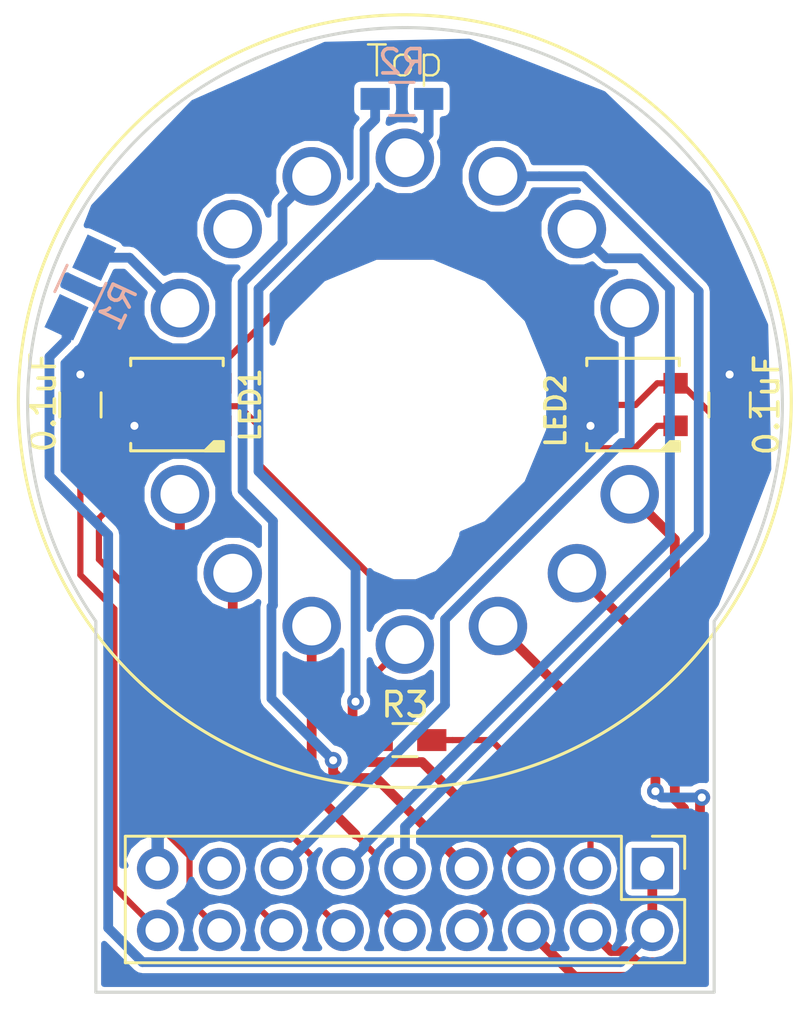
<source format=kicad_pcb>
(kicad_pcb (version 4) (host pcbnew 4.0.7)

  (general
    (links 0)
    (no_connects 27)
    (area 133.024173 89.844173 164.155827 129.603501)
    (thickness 1.6002)
    (drawings 5)
    (tracks 157)
    (zones 0)
    (modules 10)
    (nets 23)
  )

  (page A4)
  (layers
    (0 F.Cu signal)
    (31 B.Cu signal)
    (34 B.Paste user)
    (35 F.Paste user)
    (36 B.SilkS user)
    (37 F.SilkS user)
    (38 B.Mask user)
    (39 F.Mask user)
    (44 Edge.Cuts user)
  )

  (setup
    (last_trace_width 0.4)
    (user_trace_width 0.1524)
    (user_trace_width 0.2)
    (user_trace_width 0.25)
    (user_trace_width 0.3)
    (user_trace_width 0.4)
    (user_trace_width 0.5)
    (user_trace_width 0.6)
    (user_trace_width 0.8)
    (trace_clearance 0.254)
    (zone_clearance 0.1524)
    (zone_45_only no)
    (trace_min 0.1524)
    (segment_width 0.127)
    (edge_width 0.127)
    (via_size 0.6858)
    (via_drill 0.3302)
    (via_min_size 0.6858)
    (via_min_drill 0.3302)
    (uvia_size 0.508)
    (uvia_drill 0.127)
    (uvias_allowed no)
    (uvia_min_size 0.508)
    (uvia_min_drill 0.127)
    (pcb_text_width 0.127)
    (pcb_text_size 0.6 0.6)
    (mod_edge_width 0.127)
    (mod_text_size 0.6 0.6)
    (mod_text_width 0.127)
    (pad_size 1.524 1.524)
    (pad_drill 0.762)
    (pad_to_mask_clearance 0.05)
    (pad_to_paste_clearance -0.04)
    (aux_axis_origin 0 0)
    (grid_origin 160.02 119.38)
    (visible_elements 7FFFFF7F)
    (pcbplotparams
      (layerselection 0x3ffff_80000001)
      (usegerberextensions true)
      (usegerberattributes true)
      (excludeedgelayer true)
      (linewidth 0.127000)
      (plotframeref false)
      (viasonmask false)
      (mode 1)
      (useauxorigin false)
      (hpglpennumber 1)
      (hpglpenspeed 20)
      (hpglpendiameter 15)
      (hpglpenoverlay 2)
      (psnegative false)
      (psa4output false)
      (plotreference true)
      (plotvalue true)
      (plotinvisibletext false)
      (padsonsilk false)
      (subtractmaskfromsilk false)
      (outputformat 1)
      (mirror false)
      (drillshape 0)
      (scaleselection 1)
      (outputdirectory CAM/))
  )

  (net 0 "")
  (net 1 "Net-(LED1-Pad1-DO)")
  (net 2 +5V)
  (net 3 GND)
  (net 4 /Anode)
  (net 5 /HV12)
  (net 6 /HV6)
  (net 7 /HV11)
  (net 8 /HV5)
  (net 9 /HV10)
  (net 10 /HV4)
  (net 11 /HV9)
  (net 12 /HV3)
  (net 13 /HV8)
  (net 14 /HV2)
  (net 15 /HV7)
  (net 16 /HV1)
  (net 17 "Net-(J1-Pad15)")
  (net 18 /Din)
  (net 19 "Net-(LED2-Pad1-DO)")
  (net 20 "Net-(NX1-PadA)")
  (net 21 "Net-(NX1-PadT)")
  (net 22 "Net-(NX1-PadB)")

  (net_class Default "Imperial - this is the standard class"
    (clearance 0.254)
    (trace_width 0.254)
    (via_dia 0.6858)
    (via_drill 0.3302)
    (uvia_dia 0.508)
    (uvia_drill 0.127)
    (add_net +5V)
    (add_net /Anode)
    (add_net /Din)
    (add_net /HV1)
    (add_net /HV10)
    (add_net /HV11)
    (add_net /HV12)
    (add_net /HV2)
    (add_net /HV3)
    (add_net /HV4)
    (add_net /HV5)
    (add_net /HV6)
    (add_net /HV7)
    (add_net /HV8)
    (add_net /HV9)
    (add_net GND)
    (add_net "Net-(J1-Pad15)")
    (add_net "Net-(LED1-Pad1-DO)")
    (add_net "Net-(LED2-Pad1-DO)")
    (add_net "Net-(NX1-PadA)")
    (add_net "Net-(NX1-PadB)")
    (add_net "Net-(NX1-PadT)")
  )

  (net_class 0.2mm ""
    (clearance 0.2)
    (trace_width 0.2)
    (via_dia 0.6858)
    (via_drill 0.3302)
    (uvia_dia 0.508)
    (uvia_drill 0.127)
  )

  (net_class Minimal ""
    (clearance 0.1524)
    (trace_width 0.1524)
    (via_dia 0.6858)
    (via_drill 0.3302)
    (uvia_dia 0.508)
    (uvia_drill 0.127)
  )

  (module Capacitors_SMD:C_0805_HandSoldering (layer F.Cu) (tedit 5982873D) (tstamp 592EAD86)
    (at 135.255 105.41 90)
    (descr "Capacitor SMD 0805, hand soldering")
    (tags "capacitor 0805")
    (path /592C7A4C)
    (attr smd)
    (fp_text reference C1 (at 0 -1.75 90) (layer F.SilkS) hide
      (effects (font (size 1 1) (thickness 0.15)))
    )
    (fp_text value 0.1uF (at 0.127 -1.524 90) (layer F.SilkS)
      (effects (font (size 1 1) (thickness 0.15)))
    )
    (fp_text user %R (at 0 -1.75 90) (layer F.Fab)
      (effects (font (size 1 1) (thickness 0.15)))
    )
    (fp_line (start -1 0.62) (end -1 -0.62) (layer F.Fab) (width 0.1))
    (fp_line (start 1 0.62) (end -1 0.62) (layer F.Fab) (width 0.1))
    (fp_line (start 1 -0.62) (end 1 0.62) (layer F.Fab) (width 0.1))
    (fp_line (start -1 -0.62) (end 1 -0.62) (layer F.Fab) (width 0.1))
    (fp_line (start 0.5 -0.85) (end -0.5 -0.85) (layer F.SilkS) (width 0.12))
    (fp_line (start -0.5 0.85) (end 0.5 0.85) (layer F.SilkS) (width 0.12))
    (fp_line (start -2.25 -0.88) (end 2.25 -0.88) (layer F.CrtYd) (width 0.05))
    (fp_line (start -2.25 -0.88) (end -2.25 0.87) (layer F.CrtYd) (width 0.05))
    (fp_line (start 2.25 0.87) (end 2.25 -0.88) (layer F.CrtYd) (width 0.05))
    (fp_line (start 2.25 0.87) (end -2.25 0.87) (layer F.CrtYd) (width 0.05))
    (pad 1 smd rect (at -1.25 0 90) (size 1.5 1.25) (layers F.Cu F.Paste F.Mask)
      (net 2 +5V))
    (pad 2 smd rect (at 1.25 0 90) (size 1.5 1.25) (layers F.Cu F.Paste F.Mask)
      (net 3 GND))
    (model Capacitors_SMD.3dshapes/C_0805.wrl
      (at (xyz 0 0 0))
      (scale (xyz 1 1 1))
      (rotate (xyz 0 0 0))
    )
  )

  (module Resistors_SMD:R_0805_HandSoldering (layer B.Cu) (tedit 58E0A804) (tstamp 592EAE0D)
    (at 135.255 100.584 245)
    (descr "Resistor SMD 0805, hand soldering")
    (tags "resistor 0805")
    (path /592C7A6F)
    (attr smd)
    (fp_text reference R1 (at 0.046536 -1.703248 245) (layer B.SilkS)
      (effects (font (size 1 1) (thickness 0.15)) (justify mirror))
    )
    (fp_text value 10K (at 0 -1.75 245) (layer B.Fab)
      (effects (font (size 1 1) (thickness 0.15)) (justify mirror))
    )
    (fp_text user %R (at 0 0 245) (layer B.Fab)
      (effects (font (size 0.5 0.5) (thickness 0.075)) (justify mirror))
    )
    (fp_line (start -1 -0.62) (end -1 0.62) (layer B.Fab) (width 0.1))
    (fp_line (start 1 -0.62) (end -1 -0.62) (layer B.Fab) (width 0.1))
    (fp_line (start 1 0.62) (end 1 -0.62) (layer B.Fab) (width 0.1))
    (fp_line (start -1 0.62) (end 1 0.62) (layer B.Fab) (width 0.1))
    (fp_line (start 0.6 -0.88) (end -0.6 -0.88) (layer B.SilkS) (width 0.12))
    (fp_line (start -0.6 0.88) (end 0.6 0.88) (layer B.SilkS) (width 0.12))
    (fp_line (start -2.35 0.9) (end 2.35 0.9) (layer B.CrtYd) (width 0.05))
    (fp_line (start -2.35 0.9) (end -2.35 -0.9) (layer B.CrtYd) (width 0.05))
    (fp_line (start 2.35 -0.9) (end 2.35 0.9) (layer B.CrtYd) (width 0.05))
    (fp_line (start 2.35 -0.9) (end -2.35 -0.9) (layer B.CrtYd) (width 0.05))
    (pad 1 smd rect (at -1.35 0 245) (size 1.5 1.3) (layers B.Cu B.Paste B.Mask)
      (net 20 "Net-(NX1-PadA)"))
    (pad 2 smd rect (at 1.35 0 245) (size 1.5 1.3) (layers B.Cu B.Paste B.Mask)
      (net 4 /Anode))
    (model ${KISYS3DMOD}/Resistors_SMD.3dshapes/R_0805.wrl
      (at (xyz 0 0 0))
      (scale (xyz 1 1 1))
      (rotate (xyz 0 0 0))
    )
  )

  (module Capacitors_SMD:C_0805_HandSoldering (layer F.Cu) (tedit 5987AF4D) (tstamp 5983A51A)
    (at 161.925 105.41 90)
    (descr "Capacitor SMD 0805, hand soldering")
    (tags "capacitor 0805")
    (path /59828A4A)
    (attr smd)
    (fp_text reference C2 (at 0 -1.75 90) (layer F.SilkS) hide
      (effects (font (size 1 1) (thickness 0.15)))
    )
    (fp_text value 0.1uF (at 0 1.524 270) (layer F.SilkS)
      (effects (font (size 1 1) (thickness 0.15)))
    )
    (fp_text user %R (at 0 -1.75 90) (layer F.Fab)
      (effects (font (size 1 1) (thickness 0.15)))
    )
    (fp_line (start -1 0.62) (end -1 -0.62) (layer F.Fab) (width 0.1))
    (fp_line (start 1 0.62) (end -1 0.62) (layer F.Fab) (width 0.1))
    (fp_line (start 1 -0.62) (end 1 0.62) (layer F.Fab) (width 0.1))
    (fp_line (start -1 -0.62) (end 1 -0.62) (layer F.Fab) (width 0.1))
    (fp_line (start 0.5 -0.85) (end -0.5 -0.85) (layer F.SilkS) (width 0.12))
    (fp_line (start -0.5 0.85) (end 0.5 0.85) (layer F.SilkS) (width 0.12))
    (fp_line (start -2.25 -0.88) (end 2.25 -0.88) (layer F.CrtYd) (width 0.05))
    (fp_line (start -2.25 -0.88) (end -2.25 0.87) (layer F.CrtYd) (width 0.05))
    (fp_line (start 2.25 0.87) (end 2.25 -0.88) (layer F.CrtYd) (width 0.05))
    (fp_line (start 2.25 0.87) (end -2.25 0.87) (layer F.CrtYd) (width 0.05))
    (pad 1 smd rect (at -1.25 0 90) (size 1.5 1.25) (layers F.Cu F.Paste F.Mask)
      (net 2 +5V))
    (pad 2 smd rect (at 1.25 0 90) (size 1.5 1.25) (layers F.Cu F.Paste F.Mask)
      (net 3 GND))
    (model Capacitors_SMD.3dshapes/C_0805.wrl
      (at (xyz 0 0 0))
      (scale (xyz 1 1 1))
      (rotate (xyz 0 0 0))
    )
  )

  (module adafruit:adafruit-LED3535 (layer F.Cu) (tedit 5987AF1A) (tstamp 5989CBA1)
    (at 139.22248 105.39476 180)
    (path /5988498E)
    (attr smd)
    (fp_text reference LED1 (at -3.01752 -0.01524 270) (layer F.SilkS)
      (effects (font (size 0.8128 0.8128) (thickness 0.1524)))
    )
    (fp_text value WS2812BSK6812MINI (at 0.127 2.54 180) (layer F.SilkS) hide
      (effects (font (size 0.4064 0.4064) (thickness 0.0508)))
    )
    (fp_line (start -1.74752 -1.74752) (end 1.74752 -1.74752) (layer Dwgs.User) (width 0.127))
    (fp_line (start 1.74752 -1.74752) (end 1.74752 1.74752) (layer Dwgs.User) (width 0.127))
    (fp_line (start 1.74752 1.74752) (end -1.74752 1.74752) (layer Dwgs.User) (width 0.127))
    (fp_line (start -1.74752 1.74752) (end -1.74752 -1.74752) (layer Dwgs.User) (width 0.127))
    (fp_line (start -1.89992 -1.59766) (end -1.89992 -1.89992) (layer F.SilkS) (width 0.127))
    (fp_line (start -1.89992 -1.89992) (end 1.89992 -1.89992) (layer F.SilkS) (width 0.127))
    (fp_line (start 1.89992 -1.89992) (end 1.89992 -1.59766) (layer F.SilkS) (width 0.127))
    (fp_line (start -1.89992 1.59766) (end -1.89992 1.89992) (layer F.SilkS) (width 0.127))
    (fp_line (start -1.89992 1.89992) (end 1.89992 1.89992) (layer F.SilkS) (width 0.127))
    (fp_line (start 1.89992 1.89992) (end 1.89992 1.59766) (layer F.SilkS) (width 0.127))
    (fp_poly (pts (xy -1.905 -1.905) (xy -1.905 -1.524) (xy -1.524 -1.524) (xy -1.143 -1.905)
      (xy -1.905 -1.905)) (layer F.SilkS) (width 0.127))
    (fp_circle (center 0 0) (end 0 -1.39954) (layer Dwgs.User) (width 0.127))
    (pad 1-DO smd rect (at 1.74752 0.87376 270) (size 0.84836 0.99822) (layers F.Cu F.Paste F.Mask)
      (net 1 "Net-(LED1-Pad1-DO)"))
    (pad 2-GN smd rect (at 1.74752 -0.87376 270) (size 0.84836 0.99822) (layers F.Cu F.Paste F.Mask)
      (net 3 GND))
    (pad 3-DI smd rect (at -1.74752 -0.87376 270) (size 0.84836 0.99822) (layers F.Cu F.Paste F.Mask)
      (net 18 /Din))
    (pad 4-VD smd rect (at -1.74752 0.87376 270) (size 0.84836 0.99822) (layers F.Cu F.Paste F.Mask)
      (net 2 +5V))
  )

  (module adafruit:adafruit-LED3535 (layer F.Cu) (tedit 5987AF12) (tstamp 5989CBB5)
    (at 157.95752 105.39476 180)
    (path /598849B0)
    (attr smd)
    (fp_text reference LED2 (at 3.175 -0.254 270) (layer F.SilkS)
      (effects (font (size 0.8128 0.8128) (thickness 0.1524)))
    )
    (fp_text value WS2812BSK6812MINI (at 0.127 2.54 180) (layer F.SilkS) hide
      (effects (font (size 0.4064 0.4064) (thickness 0.0508)))
    )
    (fp_line (start -1.74752 -1.74752) (end 1.74752 -1.74752) (layer Dwgs.User) (width 0.127))
    (fp_line (start 1.74752 -1.74752) (end 1.74752 1.74752) (layer Dwgs.User) (width 0.127))
    (fp_line (start 1.74752 1.74752) (end -1.74752 1.74752) (layer Dwgs.User) (width 0.127))
    (fp_line (start -1.74752 1.74752) (end -1.74752 -1.74752) (layer Dwgs.User) (width 0.127))
    (fp_line (start -1.89992 -1.59766) (end -1.89992 -1.89992) (layer F.SilkS) (width 0.127))
    (fp_line (start -1.89992 -1.89992) (end 1.89992 -1.89992) (layer F.SilkS) (width 0.127))
    (fp_line (start 1.89992 -1.89992) (end 1.89992 -1.59766) (layer F.SilkS) (width 0.127))
    (fp_line (start -1.89992 1.59766) (end -1.89992 1.89992) (layer F.SilkS) (width 0.127))
    (fp_line (start -1.89992 1.89992) (end 1.89992 1.89992) (layer F.SilkS) (width 0.127))
    (fp_line (start 1.89992 1.89992) (end 1.89992 1.59766) (layer F.SilkS) (width 0.127))
    (fp_poly (pts (xy -1.905 -1.905) (xy -1.905 -1.524) (xy -1.524 -1.524) (xy -1.143 -1.905)
      (xy -1.905 -1.905)) (layer F.SilkS) (width 0.127))
    (fp_circle (center 0 0) (end 0 -1.39954) (layer Dwgs.User) (width 0.127))
    (pad 1-DO smd rect (at 1.74752 0.87376 270) (size 0.84836 0.99822) (layers F.Cu F.Paste F.Mask)
      (net 19 "Net-(LED2-Pad1-DO)"))
    (pad 2-GN smd rect (at 1.74752 -0.87376 270) (size 0.84836 0.99822) (layers F.Cu F.Paste F.Mask)
      (net 3 GND))
    (pad 3-DI smd rect (at -1.74752 -0.87376 270) (size 0.84836 0.99822) (layers F.Cu F.Paste F.Mask)
      (net 1 "Net-(LED1-Pad1-DO)"))
    (pad 4-VD smd rect (at -1.74752 0.87376 270) (size 0.84836 0.99822) (layers F.Cu F.Paste F.Mask)
      (net 2 +5V))
  )

  (module Pin_Headers:Pin_Header_Straight_2x09_Pitch2.54mm (layer F.Cu) (tedit 5B2DC75C) (tstamp 5B2DB56F)
    (at 158.75 124.46 270)
    (descr "Through hole straight pin header, 2x09, 2.54mm pitch, double rows")
    (tags "Through hole pin header THT 2x09 2.54mm double row")
    (path /5B2DA9B7)
    (fp_text reference J1 (at 1.27 -2.33 270) (layer F.SilkS) hide
      (effects (font (size 1 1) (thickness 0.15)))
    )
    (fp_text value Nixie (at 1.27 22.65 270) (layer F.Fab)
      (effects (font (size 1 1) (thickness 0.15)))
    )
    (fp_line (start 0 -1.27) (end 3.81 -1.27) (layer F.Fab) (width 0.1))
    (fp_line (start 3.81 -1.27) (end 3.81 21.59) (layer F.Fab) (width 0.1))
    (fp_line (start 3.81 21.59) (end -1.27 21.59) (layer F.Fab) (width 0.1))
    (fp_line (start -1.27 21.59) (end -1.27 0) (layer F.Fab) (width 0.1))
    (fp_line (start -1.27 0) (end 0 -1.27) (layer F.Fab) (width 0.1))
    (fp_line (start -1.33 21.65) (end 3.87 21.65) (layer F.SilkS) (width 0.12))
    (fp_line (start -1.33 1.27) (end -1.33 21.65) (layer F.SilkS) (width 0.12))
    (fp_line (start 3.87 -1.33) (end 3.87 21.65) (layer F.SilkS) (width 0.12))
    (fp_line (start -1.33 1.27) (end 1.27 1.27) (layer F.SilkS) (width 0.12))
    (fp_line (start 1.27 1.27) (end 1.27 -1.33) (layer F.SilkS) (width 0.12))
    (fp_line (start 1.27 -1.33) (end 3.87 -1.33) (layer F.SilkS) (width 0.12))
    (fp_line (start -1.33 0) (end -1.33 -1.33) (layer F.SilkS) (width 0.12))
    (fp_line (start -1.33 -1.33) (end 0 -1.33) (layer F.SilkS) (width 0.12))
    (fp_line (start -1.8 -1.8) (end -1.8 22.1) (layer F.CrtYd) (width 0.05))
    (fp_line (start -1.8 22.1) (end 4.35 22.1) (layer F.CrtYd) (width 0.05))
    (fp_line (start 4.35 22.1) (end 4.35 -1.8) (layer F.CrtYd) (width 0.05))
    (fp_line (start 4.35 -1.8) (end -1.8 -1.8) (layer F.CrtYd) (width 0.05))
    (fp_text user %R (at 1.27 10.16 360) (layer F.Fab)
      (effects (font (size 1 1) (thickness 0.15)))
    )
    (pad 1 thru_hole rect (at 0 0 270) (size 1.7 1.7) (drill 1) (layers *.Cu *.Mask)
      (net 4 /Anode))
    (pad 2 thru_hole oval (at 2.54 0 270) (size 1.7 1.7) (drill 1) (layers *.Cu *.Mask)
      (net 4 /Anode))
    (pad 3 thru_hole oval (at 0 2.54 270) (size 1.7 1.7) (drill 1) (layers *.Cu *.Mask)
      (net 5 /HV12))
    (pad 4 thru_hole oval (at 2.54 2.54 270) (size 1.7 1.7) (drill 1) (layers *.Cu *.Mask)
      (net 6 /HV6))
    (pad 5 thru_hole oval (at 0 5.08 270) (size 1.7 1.7) (drill 1) (layers *.Cu *.Mask)
      (net 7 /HV11))
    (pad 6 thru_hole oval (at 2.54 5.08 270) (size 1.7 1.7) (drill 1) (layers *.Cu *.Mask)
      (net 8 /HV5))
    (pad 7 thru_hole oval (at 0 7.62 270) (size 1.7 1.7) (drill 1) (layers *.Cu *.Mask)
      (net 9 /HV10))
    (pad 8 thru_hole oval (at 2.54 7.62 270) (size 1.7 1.7) (drill 1) (layers *.Cu *.Mask)
      (net 10 /HV4))
    (pad 9 thru_hole oval (at 0 10.16 270) (size 1.7 1.7) (drill 1) (layers *.Cu *.Mask)
      (net 11 /HV9))
    (pad 10 thru_hole oval (at 2.54 10.16 270) (size 1.7 1.7) (drill 1) (layers *.Cu *.Mask)
      (net 12 /HV3))
    (pad 11 thru_hole oval (at 0 12.7 270) (size 1.7 1.7) (drill 1) (layers *.Cu *.Mask)
      (net 13 /HV8))
    (pad 12 thru_hole oval (at 2.54 12.7 270) (size 1.7 1.7) (drill 1) (layers *.Cu *.Mask)
      (net 14 /HV2))
    (pad 13 thru_hole oval (at 0 15.24 270) (size 1.7 1.7) (drill 1) (layers *.Cu *.Mask)
      (net 15 /HV7))
    (pad 14 thru_hole oval (at 2.54 15.24 270) (size 1.7 1.7) (drill 1) (layers *.Cu *.Mask)
      (net 16 /HV1))
    (pad 15 thru_hole oval (at 0 17.78 270) (size 1.7 1.7) (drill 1) (layers *.Cu *.Mask)
      (net 17 "Net-(J1-Pad15)"))
    (pad 16 thru_hole oval (at 2.54 17.78 270) (size 1.7 1.7) (drill 1) (layers *.Cu *.Mask)
      (net 18 /Din))
    (pad 17 thru_hole oval (at 0 20.32 270) (size 1.7 1.7) (drill 1) (layers *.Cu *.Mask)
      (net 3 GND))
    (pad 18 thru_hole oval (at 2.54 20.32 270) (size 1.7 1.7) (drill 1) (layers *.Cu *.Mask)
      (net 2 +5V))
    (model Pin_Headers.3dshapes/Pin_Header_Angled_2x09_Pitch2.54mm.wrl
      (at (xyz 0 0 -0.05))
      (scale (xyz 1 1 -1))
      (rotate (xyz 0 0 0))
    )
  )

  (module Resistors_SMD:R_0603_HandSoldering (layer B.Cu) (tedit 58E0A804) (tstamp 5B2DB580)
    (at 148.463 92.837 180)
    (descr "Resistor SMD 0603, hand soldering")
    (tags "resistor 0603")
    (path /5B2DAEA2)
    (attr smd)
    (fp_text reference R2 (at 0 1.524 180) (layer B.SilkS)
      (effects (font (size 1 1) (thickness 0.15)) (justify mirror))
    )
    (fp_text value 40K (at 0 -1.55 180) (layer B.Fab)
      (effects (font (size 1 1) (thickness 0.15)) (justify mirror))
    )
    (fp_text user %R (at 0 0 180) (layer B.Fab)
      (effects (font (size 0.4 0.4) (thickness 0.075)) (justify mirror))
    )
    (fp_line (start -0.8 -0.4) (end -0.8 0.4) (layer B.Fab) (width 0.1))
    (fp_line (start 0.8 -0.4) (end -0.8 -0.4) (layer B.Fab) (width 0.1))
    (fp_line (start 0.8 0.4) (end 0.8 -0.4) (layer B.Fab) (width 0.1))
    (fp_line (start -0.8 0.4) (end 0.8 0.4) (layer B.Fab) (width 0.1))
    (fp_line (start 0.5 -0.68) (end -0.5 -0.68) (layer B.SilkS) (width 0.12))
    (fp_line (start -0.5 0.68) (end 0.5 0.68) (layer B.SilkS) (width 0.12))
    (fp_line (start -1.96 0.7) (end 1.95 0.7) (layer B.CrtYd) (width 0.05))
    (fp_line (start -1.96 0.7) (end -1.96 -0.7) (layer B.CrtYd) (width 0.05))
    (fp_line (start 1.95 -0.7) (end 1.95 0.7) (layer B.CrtYd) (width 0.05))
    (fp_line (start 1.95 -0.7) (end -1.96 -0.7) (layer B.CrtYd) (width 0.05))
    (pad 1 smd rect (at -1.1 0 180) (size 1.2 0.9) (layers B.Cu B.Paste B.Mask)
      (net 21 "Net-(NX1-PadT)"))
    (pad 2 smd rect (at 1.1 0 180) (size 1.2 0.9) (layers B.Cu B.Paste B.Mask)
      (net 7 /HV11))
    (model ${KISYS3DMOD}/Resistors_SMD.3dshapes/R_0603.wrl
      (at (xyz 0 0 0))
      (scale (xyz 1 1 1))
      (rotate (xyz 0 0 0))
    )
  )

  (module Resistors_SMD:R_0603_HandSoldering (layer F.Cu) (tedit 58E0A804) (tstamp 5B2DB591)
    (at 148.59 119.18)
    (descr "Resistor SMD 0603, hand soldering")
    (tags "resistor 0603")
    (path /5B2DAEC7)
    (attr smd)
    (fp_text reference R3 (at 0 -1.45) (layer F.SilkS)
      (effects (font (size 1 1) (thickness 0.15)))
    )
    (fp_text value 40K (at 0 1.55) (layer F.Fab)
      (effects (font (size 1 1) (thickness 0.15)))
    )
    (fp_text user %R (at 0 0) (layer F.Fab)
      (effects (font (size 0.4 0.4) (thickness 0.075)))
    )
    (fp_line (start -0.8 0.4) (end -0.8 -0.4) (layer F.Fab) (width 0.1))
    (fp_line (start 0.8 0.4) (end -0.8 0.4) (layer F.Fab) (width 0.1))
    (fp_line (start 0.8 -0.4) (end 0.8 0.4) (layer F.Fab) (width 0.1))
    (fp_line (start -0.8 -0.4) (end 0.8 -0.4) (layer F.Fab) (width 0.1))
    (fp_line (start 0.5 0.68) (end -0.5 0.68) (layer F.SilkS) (width 0.12))
    (fp_line (start -0.5 -0.68) (end 0.5 -0.68) (layer F.SilkS) (width 0.12))
    (fp_line (start -1.96 -0.7) (end 1.95 -0.7) (layer F.CrtYd) (width 0.05))
    (fp_line (start -1.96 -0.7) (end -1.96 0.7) (layer F.CrtYd) (width 0.05))
    (fp_line (start 1.95 0.7) (end 1.95 -0.7) (layer F.CrtYd) (width 0.05))
    (fp_line (start 1.95 0.7) (end -1.96 0.7) (layer F.CrtYd) (width 0.05))
    (pad 1 smd rect (at -1.1 0) (size 1.2 0.9) (layers F.Cu F.Paste F.Mask)
      (net 22 "Net-(NX1-PadB)"))
    (pad 2 smd rect (at 1.1 0) (size 1.2 0.9) (layers F.Cu F.Paste F.Mask)
      (net 5 /HV12))
    (model ${KISYS3DMOD}/Resistors_SMD.3dshapes/R_0603.wrl
      (at (xyz 0 0 0))
      (scale (xyz 1 1 1))
      (rotate (xyz 0 0 0))
    )
  )

  (module mynixies:mynixies-CD11 (layer F.Cu) (tedit 5B2DC752) (tstamp 5B2DB671)
    (at 148.58202 105.25476)
    (path /5B2DAD12)
    (attr virtual)
    (fp_text reference NX1 (at 10.16 0) (layer F.SilkS) hide
      (effects (font (size 1.27 1.27) (thickness 0.1016)))
    )
    (fp_text value CD11ALLPINS (at -10.16 0) (layer F.SilkS) hide
      (effects (font (size 1.27 1.27) (thickness 0.1016)))
    )
    (fp_circle (center 0 0) (end 0 -15.875) (layer F.SilkS) (width 0.127))
    (fp_text user Top (at 0 -13.97) (layer F.SilkS)
      (effects (font (size 1.27 1.27) (thickness 0.1016)))
    )
    (fp_text user Bottom (at 0 13.97) (layer F.SilkS) hide
      (effects (font (size 1.27 1.27) (thickness 0.1016)))
    )
    (pad 0 thru_hole circle (at -3.82524 -9.23798) (size 2.39776 2.39776) (drill 1.59766) (layers *.Cu *.Paste *.Mask)
      (net 9 /HV10))
    (pad 1 thru_hole circle (at -9.23798 3.82524) (size 2.39776 2.39776) (drill 1.59766) (layers *.Cu *.Paste *.Mask)
      (net 16 /HV1))
    (pad 2 thru_hole circle (at -7.06882 7.06882) (size 2.39776 2.39776) (drill 1.59766) (layers *.Cu *.Paste *.Mask)
      (net 14 /HV2))
    (pad 3 thru_hole circle (at -3.82524 9.23798) (size 2.39776 2.39776) (drill 1.59766) (layers *.Cu *.Paste *.Mask)
      (net 12 /HV3))
    (pad 4 thru_hole circle (at 3.82524 9.23798) (size 2.39776 2.39776) (drill 1.59766) (layers *.Cu *.Paste *.Mask)
      (net 10 /HV4))
    (pad 5 thru_hole circle (at 7.06882 7.06882) (size 2.39776 2.39776) (drill 1.59766) (layers *.Cu *.Paste *.Mask)
      (net 8 /HV5))
    (pad 6 thru_hole circle (at 9.23798 3.82524) (size 2.39776 2.39776) (drill 1.59766) (layers *.Cu *.Paste *.Mask)
      (net 6 /HV6))
    (pad 7 thru_hole circle (at 9.23798 -3.82524) (size 2.39776 2.39776) (drill 1.59766) (layers *.Cu *.Paste *.Mask)
      (net 15 /HV7))
    (pad 8 thru_hole circle (at 7.06882 -7.06882) (size 2.39776 2.39776) (drill 1.59766) (layers *.Cu *.Paste *.Mask)
      (net 13 /HV8))
    (pad 9 thru_hole circle (at 3.82524 -9.23798) (size 2.39776 2.39776) (drill 1.59766) (layers *.Cu *.Paste *.Mask)
      (net 11 /HV9))
    (pad A thru_hole circle (at -9.23798 -3.82524) (size 2.39776 2.39776) (drill 1.59766) (layers *.Cu *.Paste *.Mask)
      (net 20 "Net-(NX1-PadA)"))
    (pad B thru_hole circle (at 0 9.99998) (size 2.39776 2.39776) (drill 1.59766) (layers *.Cu *.Paste *.Mask)
      (net 22 "Net-(NX1-PadB)"))
    (pad NC@1 thru_hole circle (at -7.06882 -7.06882) (size 2.39776 2.39776) (drill 1.59766) (layers *.Cu *.Paste *.Mask))
    (pad T thru_hole circle (at 0 -9.99998) (size 2.39776 2.39776) (drill 1.59766) (layers *.Cu *.Paste *.Mask)
      (net 21 "Net-(NX1-PadT)"))
    (pad "" np_thru_hole circle (at 0 0) (size 11.1125 11.1125) (drill 11.1125) (layers *.Cu *.Mask))
    (pad "" np_thru_hole circle (at 0 5.08) (size 3.96748 3.96748) (drill 3.96748) (layers *.Cu *.Mask))
  )

  (module logos:mermaid_l (layer B.Cu) (tedit 0) (tstamp 5B2DC6B5)
    (at 140.716 117.856 180)
    (fp_text reference G*** (at 0 0 180) (layer B.SilkS) hide
      (effects (font (thickness 0.3)) (justify mirror))
    )
    (fp_text value LOGO (at 0.75 0 180) (layer B.SilkS) hide
      (effects (font (thickness 0.3)) (justify mirror))
    )
    (fp_poly (pts (xy 0.016811 3.773536) (xy 0.035492 3.771585) (xy 0.039687 3.770741) (xy 0.079417 3.757244)
      (xy 0.111324 3.737775) (xy 0.124832 3.725513) (xy 0.142677 3.704599) (xy 0.153161 3.684612)
      (xy 0.15793 3.661447) (xy 0.15875 3.64097) (xy 0.158058 3.61993) (xy 0.155124 3.604749)
      (xy 0.148654 3.590748) (xy 0.141938 3.580059) (xy 0.122141 3.557766) (xy 0.098998 3.544256)
      (xy 0.074141 3.539962) (xy 0.049199 3.545313) (xy 0.036501 3.55221) (xy 0.025568 3.560763)
      (xy 0.019906 3.570026) (xy 0.017449 3.584153) (xy 0.016932 3.59157) (xy 0.016648 3.608477)
      (xy 0.018904 3.618133) (xy 0.024587 3.623743) (xy 0.026084 3.624592) (xy 0.039465 3.627784)
      (xy 0.050441 3.626922) (xy 0.059967 3.622881) (xy 0.061919 3.615123) (xy 0.060823 3.608777)
      (xy 0.060289 3.596153) (xy 0.064906 3.590901) (xy 0.073078 3.592235) (xy 0.083211 3.599369)
      (xy 0.093713 3.61152) (xy 0.102989 3.6279) (xy 0.103896 3.629997) (xy 0.108418 3.643365)
      (xy 0.108287 3.6547) (xy 0.103467 3.669685) (xy 0.087643 3.698859) (xy 0.064252 3.721926)
      (xy 0.050164 3.731216) (xy 0.036916 3.737802) (xy 0.022748 3.741623) (xy 0.004134 3.743365)
      (xy -0.014288 3.743716) (xy -0.040147 3.742911) (xy -0.057394 3.740394) (xy -0.064294 3.73724)
      (xy -0.073648 3.731439) (xy -0.077728 3.730626) (xy -0.088165 3.726605) (xy -0.102163 3.716065)
      (xy -0.117406 3.701291) (xy -0.131579 3.684564) (xy -0.142367 3.668169) (xy -0.143717 3.665542)
      (xy -0.151883 3.648712) (xy -0.159332 3.633251) (xy -0.163088 3.620111) (xy -0.165384 3.598867)
      (xy -0.16631 3.568514) (xy -0.166318 3.553876) (xy -0.166026 3.5265) (xy -0.165145 3.506715)
      (xy -0.163111 3.491529) (xy -0.159359 3.477949) (xy -0.153324 3.462983) (xy -0.14625 3.447521)
      (xy -0.121753 3.405235) (xy -0.0903 3.36927) (xy -0.051325 3.33924) (xy -0.004264 3.314759)
      (xy 0.051447 3.295441) (xy 0.089958 3.28602) (xy 0.119366 3.282227) (xy 0.156195 3.281263)
      (xy 0.197719 3.282946) (xy 0.241212 3.28709) (xy 0.283951 3.293513) (xy 0.321687 3.301638)
      (xy 0.342155 3.307861) (xy 0.360849 3.315263) (xy 0.376278 3.322945) (xy 0.386953 3.330006)
      (xy 0.391385 3.335547) (xy 0.388082 3.338667) (xy 0.383597 3.339042) (xy 0.373649 3.342219)
      (xy 0.357833 3.350734) (xy 0.338335 3.36306) (xy 0.317344 3.377673) (xy 0.297047 3.393046)
      (xy 0.279632 3.407655) (xy 0.267286 3.419973) (xy 0.26692 3.420407) (xy 0.246827 3.446164)
      (xy 0.232225 3.469838) (xy 0.221889 3.494463) (xy 0.214597 3.523071) (xy 0.209127 3.558694)
      (xy 0.208269 3.565849) (xy 0.208225 3.599519) (xy 0.214696 3.635439) (xy 0.226608 3.670269)
      (xy 0.242885 3.700666) (xy 0.257355 3.718587) (xy 0.284712 3.739246) (xy 0.316451 3.752322)
      (xy 0.350326 3.757709) (xy 0.384089 3.755304) (xy 0.415495 3.745003) (xy 0.441854 3.727116)
      (xy 0.456743 3.708989) (xy 0.464158 3.687733) (xy 0.465666 3.667574) (xy 0.46447 3.649678)
      (xy 0.459418 3.636679) (xy 0.44831 3.623019) (xy 0.447843 3.622523) (xy 0.432662 3.60928)
      (xy 0.418526 3.60395) (xy 0.413448 3.603625) (xy 0.394908 3.608269) (xy 0.381565 3.620647)
      (xy 0.375782 3.638431) (xy 0.375708 3.640833) (xy 0.378805 3.655072) (xy 0.386689 3.660815)
      (xy 0.397247 3.657238) (xy 0.40302 3.65151) (xy 0.411119 3.643576) (xy 0.417703 3.64383)
      (xy 0.420717 3.645984) (xy 0.426691 3.656909) (xy 0.428309 3.673525) (xy 0.425542 3.691863)
      (xy 0.421138 3.703294) (xy 0.410709 3.716673) (xy 0.399156 3.725521) (xy 0.381042 3.731036)
      (xy 0.358057 3.732598) (xy 0.335132 3.730244) (xy 0.318905 3.724949) (xy 0.298369 3.711409)
      (xy 0.278961 3.693672) (xy 0.264484 3.675356) (xy 0.26187 3.670693) (xy 0.258107 3.658302)
      (xy 0.255508 3.640465) (xy 0.254155 3.620218) (xy 0.254128 3.6006) (xy 0.25551 3.584648)
      (xy 0.258381 3.5754) (xy 0.259291 3.574521) (xy 0.263387 3.567227) (xy 0.264583 3.558334)
      (xy 0.266434 3.54854) (xy 0.269875 3.545417) (xy 0.274956 3.541344) (xy 0.275166 3.539772)
      (xy 0.278369 3.532005) (xy 0.286651 3.519125) (xy 0.298022 3.503894) (xy 0.310492 3.489074)
      (xy 0.315691 3.483521) (xy 0.332808 3.469181) (xy 0.356966 3.453086) (xy 0.385192 3.436898)
      (xy 0.41451 3.422278) (xy 0.441945 3.410886) (xy 0.451563 3.407656) (xy 0.513508 3.39253)
      (xy 0.572008 3.386659) (xy 0.6285 3.390216) (xy 0.684423 3.403376) (xy 0.741216 3.42631)
      (xy 0.78052 3.447259) (xy 0.817352 3.46804) (xy 0.848125 3.483558) (xy 0.875501 3.494552)
      (xy 0.902139 3.501759) (xy 0.9307 3.505917) (xy 0.963843 3.507764) (xy 0.999762 3.50806)
      (xy 1.029829 3.507596) (xy 1.058475 3.506543) (xy 1.08289 3.505047) (xy 1.100268 3.50325)
      (xy 1.103312 3.502746) (xy 1.124251 3.498943) (xy 1.148566 3.494739) (xy 1.16152 3.492588)
      (xy 1.183437 3.488718) (xy 1.205109 3.484407) (xy 1.21576 3.482026) (xy 1.242534 3.475574)
      (xy 1.261268 3.470981) (xy 1.27422 3.467665) (xy 1.283649 3.465044) (xy 1.29181 3.462534)
      (xy 1.293812 3.46189) (xy 1.330054 3.447173) (xy 1.362613 3.428217) (xy 1.390124 3.406284)
      (xy 1.411222 3.382636) (xy 1.42454 3.358536) (xy 1.428749 3.337087) (xy 1.430965 3.31796)
      (xy 1.436932 3.293293) (xy 1.445634 3.266996) (xy 1.4496 3.257021) (xy 1.460028 3.223921)
      (xy 1.465344 3.188889) (xy 1.465701 3.173183) (xy 1.465206 3.152449) (xy 1.465622 3.140318)
      (xy 1.467505 3.134815) (xy 1.471411 3.133966) (xy 1.476375 3.135313) (xy 1.485246 3.136563)
      (xy 1.485546 3.132317) (xy 1.477379 3.123141) (xy 1.473497 3.119686) (xy 1.464568 3.110292)
      (xy 1.463129 3.101507) (xy 1.465406 3.093994) (xy 1.472998 3.082438) (xy 1.485846 3.06985)
      (xy 1.491895 3.065257) (xy 1.507592 3.051442) (xy 1.513053 3.038041) (xy 1.508312 3.023896)
      (xy 1.493572 3.007997) (xy 1.481954 2.996879) (xy 1.477871 2.989625) (xy 1.480148 2.984092)
      (xy 1.480343 2.983889) (xy 1.48489 2.973373) (xy 1.486712 2.956585) (xy 1.485771 2.93749)
      (xy 1.482027 2.920051) (xy 1.481007 2.917281) (xy 1.468042 2.883178) (xy 1.459777 2.85676)
      (xy 1.455764 2.836468) (xy 1.455208 2.827306) (xy 1.451635 2.812089) (xy 1.440656 2.801224)
      (xy 1.433744 2.797314) (xy 1.425278 2.794661) (xy 1.41333 2.793085) (xy 1.395971 2.79241)
      (xy 1.371273 2.792457) (xy 1.349375 2.792809) (xy 1.31873 2.793255) (xy 1.296659 2.793112)
      (xy 1.281157 2.792186) (xy 1.270221 2.790279) (xy 1.261849 2.787196) (xy 1.255447 2.783626)
      (xy 1.244268 2.774775) (xy 1.238474 2.766405) (xy 1.23825 2.764974) (xy 1.235863 2.757876)
      (xy 1.233805 2.756959) (xy 1.229201 2.752098) (xy 1.223916 2.739092) (xy 1.218503 2.720308)
      (xy 1.213515 2.698112) (xy 1.209506 2.674871) (xy 1.207028 2.652951) (xy 1.2065 2.640132)
      (xy 1.207874 2.614203) (xy 1.211589 2.582523) (xy 1.217032 2.549504) (xy 1.222776 2.522803)
      (xy 1.235661 2.473043) (xy 1.247332 2.433315) (xy 1.257929 2.403156) (xy 1.259293 2.399771)
      (xy 1.264013 2.387513) (xy 1.269636 2.371955) (xy 1.270086 2.370667) (xy 1.278721 2.347809)
      (xy 1.289907 2.322021) (xy 1.304888 2.290463) (xy 1.308378 2.283355) (xy 1.317963 2.259043)
      (xy 1.323702 2.234224) (xy 1.325348 2.211548) (xy 1.322652 2.19366) (xy 1.317561 2.184909)
      (xy 1.307186 2.176016) (xy 1.292853 2.165074) (xy 1.277255 2.153968) (xy 1.263087 2.144581)
      (xy 1.253044 2.138797) (xy 1.250232 2.137834) (xy 1.242386 2.13401) (xy 1.231208 2.124466)
      (xy 1.219519 2.11209) (xy 1.21014 2.099773) (xy 1.206613 2.093154) (xy 1.204218 2.073293)
      (xy 1.210459 2.048342) (xy 1.211685 2.04523) (xy 1.220793 2.023791) (xy 1.23213 1.998543)
      (xy 1.244765 1.971403) (xy 1.257766 1.944284) (xy 1.270202 1.9191) (xy 1.281142 1.897767)
      (xy 1.289653 1.882198) (xy 1.294804 1.874308) (xy 1.294911 1.874195) (xy 1.300737 1.866426)
      (xy 1.30175 1.863411) (xy 1.305702 1.855954) (xy 1.316422 1.843726) (xy 1.332206 1.828296)
      (xy 1.351351 1.811235) (xy 1.372151 1.794113) (xy 1.392903 1.778501) (xy 1.397 1.775628)
      (xy 1.412481 1.764474) (xy 1.432822 1.749179) (xy 1.456251 1.731147) (xy 1.480994 1.711783)
      (xy 1.505277 1.692489) (xy 1.527327 1.674669) (xy 1.54537 1.659728) (xy 1.557633 1.649068)
      (xy 1.561041 1.645785) (xy 1.566531 1.641261) (xy 1.577559 1.632846) (xy 1.584854 1.62743)
      (xy 1.599074 1.616479) (xy 1.610642 1.606732) (xy 1.613958 1.603563) (xy 1.621166 1.597319)
      (xy 1.63503 1.586326) (xy 1.653625 1.57203) (xy 1.675029 1.555881) (xy 1.697317 1.539326)
      (xy 1.718566 1.523814) (xy 1.736854 1.510793) (xy 1.740958 1.507944) (xy 1.75542 1.497422)
      (xy 1.767734 1.487559) (xy 1.769672 1.48584) (xy 1.781335 1.477351) (xy 1.789516 1.473434)
      (xy 1.797549 1.469117) (xy 1.799166 1.466423) (xy 1.803588 1.462135) (xy 1.814535 1.456503)
      (xy 1.817687 1.455209) (xy 1.829662 1.449593) (xy 1.835937 1.444862) (xy 1.836208 1.4441)
      (xy 1.840779 1.440501) (xy 1.852852 1.434525) (xy 1.869967 1.42737) (xy 1.872824 1.426267)
      (xy 1.88894 1.420424) (xy 1.902804 1.416562) (xy 1.917198 1.414357) (xy 1.934907 1.413483)
      (xy 1.958714 1.413615) (xy 1.977334 1.414048) (xy 2.011477 1.415666) (xy 2.050591 1.418652)
      (xy 2.089221 1.422539) (xy 2.114726 1.425785) (xy 2.14488 1.42989) (xy 2.16751 1.432256)
      (xy 2.18552 1.432964) (xy 2.201812 1.432095) (xy 2.219288 1.429731) (xy 2.224528 1.428856)
      (xy 2.245404 1.424861) (xy 2.257747 1.421152) (xy 2.263552 1.416902) (xy 2.264833 1.412127)
      (xy 2.263508 1.406717) (xy 2.257986 1.403732) (xy 2.245944 1.402491) (xy 2.231409 1.402292)
      (xy 2.207764 1.401303) (xy 2.182238 1.398663) (xy 2.158033 1.394866) (xy 2.138355 1.390404)
      (xy 2.12725 1.386276) (xy 2.123304 1.383434) (xy 2.123829 1.381057) (xy 2.130164 1.378752)
      (xy 2.143652 1.376125) (xy 2.165634 1.37278) (xy 2.180166 1.370725) (xy 2.208747 1.366286)
      (xy 2.230983 1.361492) (xy 2.251087 1.355226) (xy 2.27327 1.34637) (xy 2.275416 1.345449)
      (xy 2.291879 1.337058) (xy 2.307873 1.326809) (xy 2.32072 1.316668) (xy 2.327745 1.308602)
      (xy 2.328333 1.306591) (xy 2.323743 1.304335) (xy 2.312281 1.304011) (xy 2.297402 1.305252)
      (xy 2.282566 1.307694) (xy 2.271229 1.31097) (xy 2.267743 1.312991) (xy 2.258675 1.31683)
      (xy 2.251604 1.317626) (xy 2.239817 1.320172) (xy 2.234786 1.323331) (xy 2.225761 1.326846)
      (xy 2.213884 1.326984) (xy 2.204136 1.325219) (xy 2.204029 1.323129) (xy 2.20927 1.320799)
      (xy 2.23606 1.310129) (xy 2.25511 1.301894) (xy 2.268643 1.294964) (xy 2.278885 1.288209)
      (xy 2.287322 1.281169) (xy 2.296853 1.2715) (xy 2.301715 1.264499) (xy 2.301875 1.263719)
      (xy 2.297454 1.259587) (xy 2.285098 1.260225) (xy 2.266162 1.265338) (xy 2.242005 1.274631)
      (xy 2.232778 1.27872) (xy 2.210862 1.287938) (xy 2.195226 1.292907) (xy 2.186673 1.293593)
      (xy 2.186011 1.289959) (xy 2.194044 1.28197) (xy 2.19612 1.28034) (xy 2.207237 1.273141)
      (xy 2.215319 1.270118) (xy 2.221801 1.265714) (xy 2.226876 1.256324) (xy 2.227791 1.251047)
      (xy 2.223516 1.248302) (xy 2.212505 1.249392) (xy 2.197482 1.253408) (xy 2.181171 1.259436)
      (xy 2.166296 1.266566) (xy 2.15558 1.273887) (xy 2.153708 1.275833) (xy 2.146702 1.280288)
      (xy 2.132687 1.286789) (xy 2.114695 1.294037) (xy 2.095756 1.300732) (xy 2.095124 1.300937)
      (xy 2.07869 1.304461) (xy 2.057774 1.306667) (xy 2.046312 1.307042) (xy 2.028903 1.306558)
      (xy 2.018807 1.304253) (xy 2.012768 1.298853) (xy 2.009183 1.29249) (xy 2.005287 1.278785)
      (xy 2.008579 1.265874) (xy 2.019902 1.252443) (xy 2.040101 1.237179) (xy 2.048014 1.232048)
      (xy 2.069352 1.218173) (xy 2.083328 1.207722) (xy 2.091758 1.198848) (xy 2.096459 1.189706)
      (xy 2.098878 1.180349) (xy 2.099775 1.168122) (xy 2.095521 1.163627) (xy 2.094838 1.16354)
      (xy 2.077123 1.165005) (xy 2.064663 1.173081) (xy 2.054291 1.180457) (xy 2.036679 1.190046)
      (xy 2.014573 1.20055) (xy 1.990717 1.210671) (xy 1.967857 1.219114) (xy 1.965854 1.219776)
      (xy 1.928101 1.233609) (xy 1.898307 1.248381) (xy 1.87387 1.26573) (xy 1.852189 1.287294)
      (xy 1.844908 1.29597) (xy 1.82922 1.314316) (xy 1.813605 1.330793) (xy 1.80082 1.342542)
      (xy 1.797992 1.344686) (xy 1.786309 1.353213) (xy 1.778836 1.359346) (xy 1.778 1.360236)
      (xy 1.771224 1.365606) (xy 1.75693 1.374794) (xy 1.736985 1.386729) (xy 1.713259 1.400343)
      (xy 1.687619 1.414565) (xy 1.661936 1.428326) (xy 1.638076 1.440557) (xy 1.635125 1.442019)
      (xy 1.587553 1.46584) (xy 1.546283 1.487396) (xy 1.507857 1.50852) (xy 1.481666 1.52353)
      (xy 1.464862 1.532936) (xy 1.450648 1.540248) (xy 1.443302 1.543429) (xy 1.435482 1.548118)
      (xy 1.434041 1.551076) (xy 1.429946 1.555562) (xy 1.42835 1.55575) (xy 1.421455 1.558368)
      (xy 1.407463 1.565519) (xy 1.388265 1.576151) (xy 1.365753 1.589212) (xy 1.341819 1.60365)
      (xy 1.338081 1.605957) (xy 1.328838 1.611626) (xy 1.314356 1.620452) (xy 1.303686 1.626934)
      (xy 1.289183 1.635949) (xy 1.278713 1.64286) (xy 1.275291 1.645485) (xy 1.269816 1.650117)
      (xy 1.258818 1.65865) (xy 1.251479 1.66417) (xy 1.234056 1.677274) (xy 1.220686 1.687881)
      (xy 1.208649 1.698391) (xy 1.195222 1.711206) (xy 1.177684 1.728725) (xy 1.173427 1.733021)
      (xy 1.154691 1.753203) (xy 1.136473 1.774958) (xy 1.121826 1.794574) (xy 1.117957 1.80049)
      (xy 1.107458 1.815879) (xy 1.098096 1.826821) (xy 1.091977 1.830917) (xy 1.085418 1.828569)
      (xy 1.084785 1.826948) (xy 1.081627 1.820717) (xy 1.073818 1.810294) (xy 1.071556 1.807605)
      (xy 1.063024 1.796859) (xy 1.058535 1.789598) (xy 1.058333 1.788759) (xy 1.055116 1.78268)
      (xy 1.048847 1.77503) (xy 1.038358 1.760344) (xy 1.026121 1.737991) (xy 1.013216 1.710506)
      (xy 1.00072 1.680421) (xy 0.989714 1.650268) (xy 0.981275 1.622581) (xy 0.977986 1.608667)
      (xy 0.968972 1.562362) (xy 0.962328 1.523365) (xy 0.95779 1.488735) (xy 0.955093 1.45553)
      (xy 0.953972 1.420809) (xy 0.954162 1.38163) (xy 0.954874 1.352021) (xy 0.955956 1.318336)
      (xy 0.957154 1.287144) (xy 0.958377 1.260422) (xy 0.959534 1.240144) (xy 0.960534 1.228284)
      (xy 0.960617 1.227667) (xy 0.961429 1.217554) (xy 0.962358 1.198447) (xy 0.96335 1.171939)
      (xy 0.964353 1.139617) (xy 0.96531 1.103071) (xy 0.96617 1.063891) (xy 0.966176 1.063625)
      (xy 0.966988 1.016579) (xy 0.967314 0.977779) (xy 0.967075 0.9449) (xy 0.96619 0.915612)
      (xy 0.964579 0.887587) (xy 0.962164 0.858498) (xy 0.958863 0.826017) (xy 0.95765 0.814917)
      (xy 0.951084 0.75682) (xy 0.945176 0.707679) (xy 0.939682 0.665903) (xy 0.934356 0.629902)
      (xy 0.928956 0.598088) (xy 0.923235 0.56887) (xy 0.916949 0.54066) (xy 0.912885 0.523875)
      (xy 0.906794 0.498662) (xy 0.901413 0.475129) (xy 0.897462 0.456489) (xy 0.895973 0.44834)
      (xy 0.892856 0.434708) (xy 0.889085 0.426281) (xy 0.888285 0.425538) (xy 0.884592 0.418555)
      (xy 0.883669 0.411115) (xy 0.882028 0.401383) (xy 0.877635 0.38436) (xy 0.871226 0.362746)
      (xy 0.866028 0.346605) (xy 0.857767 0.321534) (xy 0.84996 0.297435) (xy 0.843739 0.277819)
      (xy 0.841302 0.269875) (xy 0.836378 0.25453) (xy 0.832191 0.243342) (xy 0.830942 0.240771)
      (xy 0.827336 0.232696) (xy 0.822295 0.21902) (xy 0.820702 0.214313) (xy 0.81395 0.195276)
      (xy 0.806669 0.176625) (xy 0.80583 0.174625) (xy 0.798972 0.158321) (xy 0.792944 0.14374)
      (xy 0.792593 0.142875) (xy 0.786649 0.129107) (xy 0.782549 0.120458) (xy 0.778574 0.110063)
      (xy 0.777875 0.105842) (xy 0.775639 0.099184) (xy 0.769428 0.084596) (xy 0.759982 0.063622)
      (xy 0.748042 0.037806) (xy 0.734349 0.008691) (xy 0.719644 -0.022178) (xy 0.704668 -0.053257)
      (xy 0.690162 -0.083002) (xy 0.676867 -0.10987) (xy 0.665523 -0.132316) (xy 0.656873 -0.148797)
      (xy 0.651656 -0.157769) (xy 0.650888 -0.15875) (xy 0.64704 -0.164585) (xy 0.640139 -0.176579)
      (xy 0.635415 -0.185208) (xy 0.622667 -0.207639) (xy 0.605809 -0.235506) (xy 0.586295 -0.266573)
      (xy 0.565581 -0.298607) (xy 0.545121 -0.329373) (xy 0.52637 -0.356639) (xy 0.510784 -0.378168)
      (xy 0.504464 -0.386291) (xy 0.49882 -0.393433) (xy 0.48822 -0.406992) (xy 0.474188 -0.425014)
      (xy 0.458423 -0.445321) (xy 0.386268 -0.531586) (xy 0.305323 -0.615902) (xy 0.217382 -0.696433)
      (xy 0.193138 -0.716902) (xy 0.177764 -0.729736) (xy 0.165728 -0.739925) (xy 0.159212 -0.745619)
      (xy 0.15875 -0.74607) (xy 0.15364 -0.750212) (xy 0.141905 -0.75919) (xy 0.125441 -0.771566)
      (xy 0.111125 -0.782215) (xy 0.091503 -0.796811) (xy 0.074346 -0.809688) (xy 0.061903 -0.819151)
      (xy 0.057234 -0.822811) (xy 0.046348 -0.830914) (xy 0.033422 -0.839659) (xy 0.019429 -0.849492)
      (xy 0.008262 -0.85853) (xy -0.00115 -0.865562) (xy -0.006772 -0.867833) (xy -0.013177 -0.871028)
      (xy -0.024494 -0.879231) (xy -0.033185 -0.886354) (xy -0.046046 -0.896711) (xy -0.055853 -0.903433)
      (xy -0.059243 -0.904875) (xy -0.065136 -0.907527) (xy -0.076973 -0.9143) (xy -0.09191 -0.923419)
      (xy -0.107104 -0.933106) (xy -0.119711 -0.941585) (xy -0.126887 -0.947081) (xy -0.127 -0.947193)
      (xy -0.133129 -0.951521) (xy -0.142875 -0.957378) (xy -0.152011 -0.962765) (xy -0.168175 -0.972485)
      (xy -0.189376 -0.985333) (xy -0.213623 -1.000104) (xy -0.223801 -1.006326) (xy -0.247553 -1.020777)
      (xy -0.267952 -1.033032) (xy -0.283378 -1.04213) (xy -0.292207 -1.047106) (xy -0.293632 -1.04775)
      (xy -0.298902 -1.050229) (xy -0.310818 -1.056768) (xy -0.326931 -1.066017) (xy -0.328991 -1.067222)
      (xy -0.356603 -1.083148) (xy -0.386048 -1.099703) (xy -0.414493 -1.115327) (xy -0.439106 -1.128464)
      (xy -0.455084 -1.136599) (xy -0.467632 -1.14309) (xy -0.475484 -1.147821) (xy -0.47625 -1.148468)
      (xy -0.481786 -1.151903) (xy -0.494692 -1.158989) (xy -0.512891 -1.168607) (xy -0.529167 -1.177013)
      (xy -0.578322 -1.202179) (xy -0.622845 -1.225001) (xy -0.661951 -1.245075) (xy -0.694854 -1.261998)
      (xy -0.720769 -1.275365) (xy -0.73891 -1.284772) (xy -0.748492 -1.289816) (xy -0.748968 -1.290075)
      (xy -0.758048 -1.294813) (xy -0.773987 -1.302904) (xy -0.794153 -1.313017) (xy -0.80698 -1.3194)
      (xy -0.881231 -1.35675) (xy -0.94652 -1.390707) (xy -1.003734 -1.421745) (xy -1.05376 -1.450342)
      (xy -1.076855 -1.464177) (xy -1.090458 -1.471801) (xy -1.098021 -1.475597) (xy -1.105412 -1.479911)
      (xy -1.119579 -1.488876) (xy -1.138874 -1.501392) (xy -1.161647 -1.516359) (xy -1.18625 -1.532677)
      (xy -1.211035 -1.549246) (xy -1.234352 -1.564966) (xy -1.254552 -1.578737) (xy -1.269988 -1.58946)
      (xy -1.279009 -1.596033) (xy -1.280584 -1.5974) (xy -1.28583 -1.602217) (xy -1.296881 -1.611472)
      (xy -1.309688 -1.621833) (xy -1.369914 -1.675393) (xy -1.421218 -1.732685) (xy -1.463288 -1.79318)
      (xy -1.495811 -1.856346) (xy -1.518476 -1.921651) (xy -1.530971 -1.988566) (xy -1.532115 -2.00072)
      (xy -1.533533 -2.021291) (xy -1.533389 -2.03401) (xy -1.531178 -2.041555) (xy -1.526396 -2.046606)
      (xy -1.523028 -2.048937) (xy -1.508982 -2.055507) (xy -1.492365 -2.060056) (xy -1.492229 -2.060079)
      (xy -1.452691 -2.067475) (xy -1.418964 -2.075738) (xy -1.394355 -2.083271) (xy -1.372487 -2.090356)
      (xy -1.346337 -2.098616) (xy -1.322917 -2.10585) (xy -1.302468 -2.112199) (xy -1.284909 -2.117877)
      (xy -1.273608 -2.12179) (xy -1.272646 -2.122164) (xy -1.262724 -2.125949) (xy -1.246121 -2.132103)
      (xy -1.226116 -2.139411) (xy -1.222375 -2.140766) (xy -1.203039 -2.148094) (xy -1.187481 -2.154598)
      (xy -1.178496 -2.159093) (xy -1.177661 -2.159711) (xy -1.168071 -2.163984) (xy -1.164987 -2.164291)
      (xy -1.156849 -2.166561) (xy -1.141251 -2.172762) (xy -1.120145 -2.181983) (xy -1.095482 -2.193313)
      (xy -1.069213 -2.20584) (xy -1.043289 -2.218653) (xy -1.019661 -2.230841) (xy -1.002771 -2.240067)
      (xy -0.979183 -2.253619) (xy -0.954406 -2.268128) (xy -0.930964 -2.28209) (xy -0.911386 -2.293997)
      (xy -0.898196 -2.302344) (xy -0.897227 -2.302991) (xy -0.84537 -2.340492) (xy -0.792658 -2.383257)
      (xy -0.741528 -2.42907) (xy -0.694416 -2.475712) (xy -0.653759 -2.520968) (xy -0.642579 -2.534708)
      (xy -0.628634 -2.552018) (xy -0.616971 -2.565902) (xy -0.609232 -2.574434) (xy -0.607219 -2.576159)
      (xy -0.603295 -2.582213) (xy -0.60325 -2.582995) (xy -0.599953 -2.59017) (xy -0.592419 -2.599694)
      (xy -0.584795 -2.609595) (xy -0.573492 -2.626331) (xy -0.559985 -2.647494) (xy -0.545751 -2.670677)
      (xy -0.532266 -2.693472) (xy -0.521004 -2.713471) (xy -0.513442 -2.728265) (xy -0.512956 -2.729342)
      (xy -0.506925 -2.740667) (xy -0.501953 -2.746251) (xy -0.501417 -2.746375) (xy -0.497764 -2.750622)
      (xy -0.497417 -2.753524) (xy -0.495063 -2.76201) (xy -0.489037 -2.775934) (xy -0.484188 -2.785554)
      (xy -0.476676 -2.800966) (xy -0.471883 -2.81327) (xy -0.470959 -2.817651) (xy -0.468504 -2.82541)
      (xy -0.46699 -2.826631) (xy -0.463351 -2.832354) (xy -0.457475 -2.846051) (xy -0.450118 -2.865545)
      (xy -0.442034 -2.888659) (xy -0.433976 -2.913215) (xy -0.4267 -2.937036) (xy -0.420958 -2.957944)
      (xy -0.419645 -2.963333) (xy -0.414816 -2.982772) (xy -0.410227 -2.999259) (xy -0.40721 -3.008312)
      (xy -0.403349 -3.020934) (xy -0.400065 -3.036847) (xy -0.399977 -3.037416) (xy -0.397973 -3.049953)
      (xy -0.394675 -3.070065) (xy -0.390554 -3.094892) (xy -0.386442 -3.119437) (xy -0.382507 -3.145522)
      (xy -0.379552 -3.172135) (xy -0.377442 -3.20146) (xy -0.376041 -3.23568) (xy -0.375217 -3.276977)
      (xy -0.374941 -3.306237) (xy -0.374907 -3.341428) (xy -0.375253 -3.373114) (xy -0.375932 -3.399753)
      (xy -0.376895 -3.4198) (xy -0.378095 -3.431711) (xy -0.378888 -3.43429) (xy -0.385103 -3.433466)
      (xy -0.398593 -3.427213) (xy -0.41801 -3.416235) (xy -0.441209 -3.401752) (xy -0.483878 -3.374892)
      (xy -0.526415 -3.34985) (xy -0.571041 -3.325433) (xy -0.619976 -3.30045) (xy -0.67544 -3.27371)
      (xy -0.709084 -3.258031) (xy -0.744498 -3.241758) (xy -0.773275 -3.228687) (xy -0.794644 -3.21916)
      (xy -0.807839 -3.213522) (xy -0.812017 -3.212041) (xy -0.817473 -3.210007) (xy -0.830202 -3.204577)
      (xy -0.847855 -3.196764) (xy -0.855541 -3.193302) (xy -0.87586 -3.184131) (xy -0.893504 -3.176218)
      (xy -0.905456 -3.170914) (xy -0.907521 -3.170016) (xy -0.918356 -3.165316) (xy -0.934412 -3.158299)
      (xy -0.944563 -3.153846) (xy -0.976212 -3.140021) (xy -0.999364 -3.130101) (xy -1.015151 -3.123604)
      (xy -1.018646 -3.12224) (xy -1.034695 -3.115354) (xy -1.057193 -3.104752) (xy -1.083338 -3.091857)
      (xy -1.110325 -3.078089) (xy -1.135352 -3.064868) (xy -1.155614 -3.053616) (xy -1.164167 -3.048495)
      (xy -1.18064 -3.036718) (xy -1.199817 -3.020816) (xy -1.220061 -3.002427) (xy -1.239737 -2.983188)
      (xy -1.257209 -2.964736) (xy -1.27084 -2.948708) (xy -1.278994 -2.936743) (xy -1.280584 -2.931984)
      (xy -1.284494 -2.925639) (xy -1.284991 -2.925409) (xy -1.290019 -2.9202) (xy -1.298403 -2.9087)
      (xy -1.308276 -2.893826) (xy -1.317775 -2.878494) (xy -1.325035 -2.865619) (xy -1.32819 -2.858117)
      (xy -1.328209 -2.857838) (xy -1.332 -2.851529) (xy -1.332427 -2.851326) (xy -1.337013 -2.84591)
      (xy -1.344025 -2.834059) (xy -1.348297 -2.82575) (xy -1.354863 -2.813311) (xy -1.359169 -2.807024)
      (xy -1.360124 -2.807229) (xy -1.360267 -2.814002) (xy -1.360556 -2.829563) (xy -1.360961 -2.852114)
      (xy -1.361448 -2.879861) (xy -1.36193 -2.90777) (xy -1.363484 -2.959059) (xy -1.366614 -3.002125)
      (xy -1.371909 -3.039285) (xy -1.379955 -3.072855) (xy -1.391341 -3.105149) (xy -1.406655 -3.138482)
      (xy -1.426484 -3.175172) (xy -1.432473 -3.185583) (xy -1.441516 -3.200851) (xy -1.454792 -3.222887)
      (xy -1.470945 -3.249473) (xy -1.488616 -3.278392) (xy -1.506447 -3.307427) (xy -1.523079 -3.334361)
      (xy -1.537156 -3.356975) (xy -1.546782 -3.372217) (xy -1.556574 -3.387882) (xy -1.563588 -3.399817)
      (xy -1.566333 -3.405482) (xy -1.566334 -3.405513) (xy -1.569332 -3.411428) (xy -1.571875 -3.414671)
      (xy -1.578955 -3.424037) (xy -1.58836 -3.437955) (xy -1.598309 -3.453578) (xy -1.607021 -3.468061)
      (xy -1.612717 -3.478559) (xy -1.613959 -3.481937) (xy -1.617841 -3.488012) (xy -1.618012 -3.48809)
      (xy -1.62267 -3.49336) (xy -1.6306 -3.505128) (xy -1.640113 -3.520543) (xy -1.649522 -3.536754)
      (xy -1.657137 -3.550911) (xy -1.661271 -3.560162) (xy -1.661584 -3.56167) (xy -1.66483 -3.566534)
      (xy -1.665553 -3.566624) (xy -1.670608 -3.570852) (xy -1.67527 -3.57853) (xy -1.6797 -3.587499)
      (xy -1.687831 -3.603801) (xy -1.698602 -3.625313) (xy -1.710953 -3.649918) (xy -1.714283 -3.656541)
      (xy -1.728714 -3.685357) (xy -1.739369 -3.707018) (xy -1.747301 -3.723791) (xy -1.753561 -3.73794)
      (xy -1.759201 -3.751728) (xy -1.762834 -3.761052) (xy -1.768776 -3.776191) (xy -1.77226 -3.784864)
      (xy -1.776532 -3.796565) (xy -1.782292 -3.813799) (xy -1.786124 -3.825875) (xy -1.794107 -3.850123)
      (xy -1.800605 -3.864974) (xy -1.806629 -3.871317) (xy -1.813196 -3.870039) (xy -1.821317 -3.862026)
      (xy -1.823851 -3.858896) (xy -1.834996 -3.845041) (xy -1.845018 -3.832935) (xy -1.860304 -3.814747)
      (xy -1.871524 -3.80089) (xy -1.881557 -3.787711) (xy -1.892096 -3.773209) (xy -1.901907 -3.758672)
      (xy -1.908513 -3.747198) (xy -1.910292 -3.74234) (xy -1.913744 -3.735549) (xy -1.9147 -3.735034)
      (xy -1.920879 -3.728832) (xy -1.93058 -3.714612) (xy -1.942942 -3.693993) (xy -1.957108 -3.668592)
      (xy -1.972218 -3.640026) (xy -1.987415 -3.609913) (xy -2.001841 -3.579871) (xy -2.014636 -3.551517)
      (xy -2.02375 -3.529541) (xy -2.030337 -3.513335) (xy -2.036097 -3.500143) (xy -2.037835 -3.49654)
      (xy -2.041998 -3.483106) (xy -2.042584 -3.477009) (xy -2.044998 -3.466849) (xy -2.047875 -3.463395)
      (xy -2.052009 -3.456083) (xy -2.053167 -3.44752) (xy -2.054935 -3.436601) (xy -2.057874 -3.432007)
      (xy -2.06186 -3.425217) (xy -2.065111 -3.412716) (xy -2.06525 -3.411851) (xy -2.068334 -3.396797)
      (xy -2.073297 -3.37719) (xy -2.076624 -3.3655) (xy -2.081421 -3.348705) (xy -2.085851 -3.331208)
      (xy -2.090465 -3.310549) (xy -2.095814 -3.284268) (xy -2.102103 -3.251729) (xy -2.104118 -3.235184)
      (xy -2.105738 -3.210034) (xy -2.106964 -3.178127) (xy -2.107796 -3.141317) (xy -2.108236 -3.101454)
      (xy -2.108284 -3.060389) (xy -2.107942 -3.019973) (xy -2.10721 -2.982059) (xy -2.10609 -2.948496)
      (xy -2.104582 -2.921137) (xy -2.102689 -2.901833) (xy -2.101907 -2.897187) (xy -2.097408 -2.875018)
      (xy -2.092897 -2.852736) (xy -2.090653 -2.841625) (xy -2.086154 -2.822216) (xy -2.080107 -2.799624)
      (xy -2.076886 -2.788708) (xy -2.071304 -2.769055) (xy -2.066835 -2.750617) (xy -2.06525 -2.742357)
      (xy -2.062104 -2.729658) (xy -2.058113 -2.722367) (xy -2.057874 -2.722201) (xy -2.054205 -2.715199)
      (xy -2.053167 -2.706687) (xy -2.05117 -2.695606) (xy -2.047875 -2.690812) (xy -2.043441 -2.683353)
      (xy -2.042584 -2.677199) (xy -2.040167 -2.663351) (xy -2.037938 -2.657667) (xy -2.028974 -2.638529)
      (xy -2.021574 -2.620201) (xy -2.016995 -2.605971) (xy -2.016125 -2.600674) (xy -2.013211 -2.593748)
      (xy -2.010834 -2.592916) (xy -2.005838 -2.588784) (xy -2.005542 -2.586757) (xy -2.003029 -2.576598)
      (xy -1.996034 -2.558966) (xy -1.985376 -2.535552) (xy -1.971874 -2.508043) (xy -1.956348 -2.478128)
      (xy -1.939615 -2.447495) (xy -1.928989 -2.428875) (xy -1.917739 -2.409493) (xy -1.907325 -2.391511)
      (xy -1.899972 -2.378766) (xy -1.899878 -2.378604) (xy -1.893802 -2.368895) (xy -1.883596 -2.35347)
      (xy -1.870613 -2.334284) (xy -1.856206 -2.313291) (xy -1.841728 -2.292446) (xy -1.828532 -2.273702)
      (xy -1.817969 -2.259015) (xy -1.811394 -2.250337) (xy -1.810149 -2.248958) (xy -1.805415 -2.243477)
      (xy -1.79682 -2.232467) (xy -1.79131 -2.225145) (xy -1.770344 -2.198459) (xy -1.747083 -2.172196)
      (xy -1.730055 -2.154423) (xy -1.712724 -2.135815) (xy -1.701877 -2.120706) (xy -1.696021 -2.105635)
      (xy -1.693663 -2.087143) (xy -1.693294 -2.069187) (xy -1.691985 -2.037889) (xy -1.688457 -2.002483)
      (xy -1.683224 -1.966327) (xy -1.6768 -1.932777) (xy -1.669697 -1.905193) (xy -1.666961 -1.897062)
      (xy -1.662846 -1.885204) (xy -1.657579 -1.869155) (xy -1.656354 -1.865312) (xy -1.651279 -1.851164)
      (xy -1.643761 -1.832422) (xy -1.634898 -1.811569) (xy -1.62579 -1.791087) (xy -1.617537 -1.773458)
      (xy -1.611237 -1.761167) (xy -1.608328 -1.756833) (xy -1.603622 -1.750578) (xy -1.598123 -1.740958)
      (xy -1.589342 -1.72555) (xy -1.577322 -1.706415) (xy -1.564213 -1.686774) (xy -1.552167 -1.669852)
      (xy -1.543395 -1.658937) (xy -1.533701 -1.647808) (xy -1.522115 -1.633534) (xy -1.519492 -1.630166)
      (xy -1.508995 -1.617837) (xy -1.49282 -1.600341) (xy -1.47301 -1.579751) (xy -1.451607 -1.558137)
      (xy -1.430655 -1.537571) (xy -1.412197 -1.520124) (xy -1.401731 -1.51077) (xy -1.357403 -1.473157)
      (xy -1.318621 -1.441319) (xy -1.283358 -1.413642) (xy -1.249585 -1.38851) (xy -1.235605 -1.378502)
      (xy -1.217641 -1.365669) (xy -1.202341 -1.354536) (xy -1.192293 -1.346995) (xy -1.190625 -1.345662)
      (xy -1.183402 -1.340435) (xy -1.169185 -1.33075) (xy -1.149876 -1.317883) (xy -1.127377 -1.303113)
      (xy -1.121834 -1.299504) (xy -1.099035 -1.284586) (xy -1.079146 -1.271389) (xy -1.06401 -1.261148)
      (xy -1.05547 -1.255099) (xy -1.054588 -1.254392) (xy -1.047619 -1.249468) (xy -1.045761 -1.248833)
      (xy -1.040676 -1.246146) (xy -1.028295 -1.238745) (xy -1.010238 -1.227621) (xy -0.988122 -1.213767)
      (xy -0.976637 -1.2065) (xy -0.952911 -1.191648) (xy -0.932191 -1.179074) (xy -0.916177 -1.169778)
      (xy -0.90657 -1.164761) (xy -0.904767 -1.164166) (xy -0.899734 -1.160136) (xy -0.899584 -1.158875)
      (xy -0.895597 -1.153736) (xy -0.894346 -1.153583) (xy -0.887735 -1.150891) (xy -0.874734 -1.143728)
      (xy -0.857782 -1.133462) (xy -0.851959 -1.12977) (xy -0.834261 -1.118806) (xy -0.819739 -1.110508)
      (xy -0.810832 -1.106246) (xy -0.809571 -1.105958) (xy -0.804486 -1.101929) (xy -0.804334 -1.100666)
      (xy -0.800255 -1.095592) (xy -0.798646 -1.095375) (xy -0.791821 -1.09266) (xy -0.778679 -1.085443)
      (xy -0.761693 -1.075108) (xy -0.756148 -1.071562) (xy -0.738568 -1.060567) (xy -0.724176 -1.05226)
      (xy -0.715403 -1.048021) (xy -0.71421 -1.04775) (xy -0.709232 -1.043718) (xy -0.709084 -1.042458)
      (xy -0.704956 -1.037455) (xy -0.702969 -1.037166) (xy -0.695181 -1.034173) (xy -0.683284 -1.026712)
      (xy -0.679509 -1.023937) (xy -0.668048 -1.015672) (xy -0.660434 -1.011056) (xy -0.659331 -1.010708)
      (xy -0.653835 -1.007882) (xy -0.641094 -1.000045) (xy -0.6226 -0.988159) (xy -0.599846 -0.973185)
      (xy -0.574324 -0.956086) (xy -0.569023 -0.9525) (xy -0.557684 -0.944904) (xy -0.542121 -0.934585)
      (xy -0.53398 -0.929219) (xy -0.520479 -0.919753) (xy -0.511223 -0.912158) (xy -0.508882 -0.909375)
      (xy -0.502806 -0.905063) (xy -0.500945 -0.904868) (xy -0.493268 -0.901638) (xy -0.481934 -0.89363)
      (xy -0.478896 -0.891087) (xy -0.464832 -0.879737) (xy -0.447329 -0.866715) (xy -0.439209 -0.861015)
      (xy -0.425484 -0.851373) (xy -0.415678 -0.844018) (xy -0.41275 -0.841444) (xy -0.407253 -0.836619)
      (xy -0.396216 -0.827997) (xy -0.388973 -0.822574) (xy -0.341604 -0.784681) (xy -0.290518 -0.738376)
      (xy -0.236734 -0.68471) (xy -0.18127 -0.624736) (xy -0.125146 -0.559505) (xy -0.079249 -0.502708)
      (xy -0.062944 -0.482084) (xy -0.048225 -0.463696) (xy -0.036765 -0.449621) (xy -0.030459 -0.442179)
      (xy -0.023368 -0.431882) (xy -0.021167 -0.424981) (xy -0.018643 -0.418596) (xy -0.017024 -0.418041)
      (xy -0.012737 -0.413871) (xy -0.003884 -0.402445) (xy 0.008345 -0.385385) (xy 0.02276 -0.364315)
      (xy 0.026632 -0.35851) (xy 0.041431 -0.336511) (xy 0.054315 -0.317912) (xy 0.064091 -0.304396)
      (xy 0.069565 -0.297645) (xy 0.070114 -0.297215) (xy 0.074035 -0.291159) (xy 0.074083 -0.290346)
      (xy 0.076736 -0.283466) (xy 0.083632 -0.270748) (xy 0.091547 -0.257714) (xy 0.102346 -0.239365)
      (xy 0.115584 -0.21485) (xy 0.130278 -0.186213) (xy 0.145448 -0.155497) (xy 0.16011 -0.124745)
      (xy 0.173285 -0.096002) (xy 0.18399 -0.07131) (xy 0.191243 -0.052712) (xy 0.193484 -0.045513)
      (xy 0.197682 -0.034152) (xy 0.201669 -0.028741) (xy 0.205337 -0.021741) (xy 0.206375 -0.013229)
      (xy 0.208372 -0.002148) (xy 0.211666 0.002646) (xy 0.2158 0.009959) (xy 0.216958 0.018521)
      (xy 0.218707 0.029427) (xy 0.221618 0.034006) (xy 0.226345 0.040984) (xy 0.228918 0.04887)
      (xy 0.231739 0.060368) (xy 0.236316 0.077762) (xy 0.240367 0.092605) (xy 0.247231 0.117947)
      (xy 0.252872 0.140561) (xy 0.257696 0.162643) (xy 0.262109 0.186386) (xy 0.26652 0.213986)
      (xy 0.271334 0.247637) (xy 0.276959 0.289534) (xy 0.277158 0.291042) (xy 0.279143 0.307953)
      (xy 0.280721 0.326151) (xy 0.281912 0.346792) (xy 0.282732 0.371028) (xy 0.283201 0.400014)
      (xy 0.283335 0.434902) (xy 0.283155 0.476848) (xy 0.282677 0.527004) (xy 0.281919 0.586524)
      (xy 0.281871 0.590021) (xy 0.280817 0.668263) (xy 0.279976 0.736714) (xy 0.279351 0.796164)
      (xy 0.27895 0.847403) (xy 0.278775 0.891222) (xy 0.278833 0.928411) (xy 0.27913 0.95976)
      (xy 0.279669 0.98606) (xy 0.280456 1.008101) (xy 0.281497 1.026673) (xy 0.282796 1.042566)
      (xy 0.284358 1.05657) (xy 0.284942 1.06098) (xy 0.297069 1.131924) (xy 0.313618 1.197918)
      (xy 0.335296 1.260302) (xy 0.362808 1.320418) (xy 0.396861 1.379608) (xy 0.438161 1.439214)
      (xy 0.487415 1.500576) (xy 0.54533 1.565038) (xy 0.556622 1.576962) (xy 0.571889 1.593799)
      (xy 0.588801 1.613773) (xy 0.605779 1.634854) (xy 0.621245 1.655014) (xy 0.633622 1.672222)
      (xy 0.64133 1.68445) (xy 0.642883 1.687872) (xy 0.647632 1.696514) (xy 0.651231 1.698625)
      (xy 0.655904 1.702758) (xy 0.656166 1.704713) (xy 0.658273 1.712465) (xy 0.663743 1.726431)
      (xy 0.66995 1.740431) (xy 0.679445 1.760986) (xy 0.686351 1.776958) (xy 0.691404 1.790974)
      (xy 0.695338 1.805658) (xy 0.698888 1.823636) (xy 0.702789 1.847531) (xy 0.706279 1.870204)
      (xy 0.708109 1.886353) (xy 0.709859 1.90944) (xy 0.711482 1.937742) (xy 0.712929 1.969535)
      (xy 0.714153 2.003095) (xy 0.715105 2.036697) (xy 0.715739 2.068617) (xy 0.716006 2.097132)
      (xy 0.715859 2.120517) (xy 0.715249 2.137049) (xy 0.714129 2.145003) (xy 0.713908 2.145356)
      (xy 0.708768 2.143798) (xy 0.698741 2.136854) (xy 0.692988 2.132102) (xy 0.677752 2.11919)
      (xy 0.662807 2.106979) (xy 0.659722 2.104542) (xy 0.644712 2.09195) (xy 0.6254 2.074498)
      (xy 0.603554 2.053924) (xy 0.58094 2.031963) (xy 0.559323 2.010354) (xy 0.540471 1.990833)
      (xy 0.526149 1.975137) (xy 0.518687 1.965855) (xy 0.508099 1.948803) (xy 0.494021 1.923387)
      (xy 0.476268 1.889251) (xy 0.454654 1.846039) (xy 0.434343 1.804459) (xy 0.423109 1.781725)
      (xy 0.411978 1.759961) (xy 0.402815 1.742792) (xy 0.400288 1.738313) (xy 0.389828 1.720095)
      (xy 0.378311 1.699797) (xy 0.374676 1.693334) (xy 0.363842 1.674062) (xy 0.352669 1.654273)
      (xy 0.349314 1.648355) (xy 0.335039 1.622699) (xy 0.319232 1.593434) (xy 0.302642 1.562044)
      (xy 0.286023 1.530012) (xy 0.270125 1.498822) (xy 0.255699 1.469959) (xy 0.243498 1.444906)
      (xy 0.234271 1.425146) (xy 0.228772 1.412164) (xy 0.227541 1.407866) (xy 0.225306 1.398602)
      (xy 0.222867 1.39296) (xy 0.201376 1.339348) (xy 0.189951 1.283412) (xy 0.188752 1.226398)
      (xy 0.195385 1.18029) (xy 0.2022 1.13901) (xy 0.205842 1.093859) (xy 0.206289 1.048238)
      (xy 0.20352 1.005548) (xy 0.197512 0.969191) (xy 0.196747 0.966088) (xy 0.191333 0.947758)
      (xy 0.1859 0.933965) (xy 0.18156 0.9275) (xy 0.181303 0.927386) (xy 0.174123 0.929904)
      (xy 0.167478 0.940698) (xy 0.162213 0.95747) (xy 0.159172 0.977916) (xy 0.15875 0.988847)
      (xy 0.158142 1.012452) (xy 0.155993 1.026807) (xy 0.15181 1.033193) (xy 0.145103 1.032891)
      (xy 0.142346 1.031592) (xy 0.13419 1.023995) (xy 0.132291 1.01846) (xy 0.129374 1.011538)
      (xy 0.127 1.010709) (xy 0.122551 1.006327) (xy 0.121708 1.001184) (xy 0.11948 0.990273)
      (xy 0.117382 0.986632) (xy 0.112498 0.976164) (xy 0.107634 0.957246) (xy 0.103184 0.932003)
      (xy 0.099545 0.90256) (xy 0.097725 0.881063) (xy 0.094276 0.84497) (xy 0.089259 0.817372)
      (xy 0.082218 0.796243) (xy 0.075916 0.784335) (xy 0.069791 0.776199) (xy 0.064558 0.776551)
      (xy 0.059576 0.781043) (xy 0.056289 0.785767) (xy 0.053877 0.793433) (xy 0.052189 0.805604)
      (xy 0.051074 0.823841) (xy 0.050381 0.849707) (xy 0.049999 0.880416) (xy 0.049378 0.917606)
      (xy 0.048183 0.94444) (xy 0.046281 0.961137) (xy 0.043537 0.967916) (xy 0.039815 0.964995)
      (xy 0.034983 0.952594) (xy 0.028906 0.930931) (xy 0.026024 0.919428) (xy 0.016984 0.882642)
      (xy 0.008774 0.849581) (xy 0.003732 0.829449) (xy -0.003201 0.808135) (xy -0.012473 0.787288)
      (xy -0.017906 0.777856) (xy -0.02995 0.762264) (xy -0.038759 0.75671) (xy -0.0443 0.761144)
      (xy -0.046541 0.775516) (xy -0.04545 0.799778) (xy -0.043483 0.816822) (xy -0.039961 0.841105)
      (xy -0.03601 0.86496) (xy -0.032428 0.883593) (xy -0.032111 0.885032) (xy -0.027421 0.906055)
      (xy -0.022699 0.92747) (xy -0.021566 0.932657) (xy -0.017028 0.95257) (xy -0.012228 0.972306)
      (xy -0.011534 0.975018) (xy -0.009217 0.988299) (xy -0.009851 0.996595) (xy -0.010556 0.997462)
      (xy -0.016599 0.995495) (xy -0.024534 0.984036) (xy -0.033891 0.963908) (xy -0.042156 0.941917)
      (xy -0.056126 0.903277) (xy -0.068019 0.873951) (xy -0.078359 0.852994) (xy -0.087666 0.839461)
      (xy -0.096462 0.832407) (xy -0.103494 0.830792) (xy -0.108124 0.831954) (xy -0.110356 0.836915)
      (xy -0.110511 0.847891) (xy -0.108915 0.867098) (xy -0.108871 0.867551) (xy -0.105151 0.893384)
      (xy -0.099316 0.921804) (xy -0.094452 0.940311) (xy -0.086855 0.966131) (xy -0.08221 0.983451)
      (xy -0.080209 0.993842) (xy -0.080543 0.998871) (xy -0.082727 1.000114) (xy -0.088018 0.99607)
      (xy -0.096691 0.985697) (xy -0.103188 0.976614) (xy -0.11491 0.961645) (xy -0.126449 0.950751)
      (xy -0.136032 0.94513) (xy -0.141887 0.945979) (xy -0.142875 0.949783) (xy -0.139353 0.968152)
      (xy -0.128938 0.993874) (xy -0.111859 1.026474) (xy -0.088345 1.065476) (xy -0.08424 1.071906)
      (xy -0.069449 1.095093) (xy -0.056948 1.115018) (xy -0.047748 1.130045) (xy -0.042859 1.138536)
      (xy -0.042334 1.139773) (xy -0.0394 1.147465) (xy -0.03167 1.161142) (xy -0.020754 1.178366)
      (xy -0.008261 1.196698) (xy 0.004198 1.213698) (xy 0.015015 1.226928) (xy 0.015614 1.227589)
      (xy 0.035502 1.253311) (xy 0.054074 1.285839) (xy 0.071917 1.326373) (xy 0.089618 1.376111)
      (xy 0.092085 1.383771) (xy 0.100204 1.408837) (xy 0.10757 1.430801) (xy 0.113399 1.447369)
      (xy 0.116902 1.456249) (xy 0.117007 1.45646) (xy 0.121128 1.469896) (xy 0.121708 1.475991)
      (xy 0.124122 1.486151) (xy 0.127 1.489605) (xy 0.131544 1.497115) (xy 0.132291 1.502488)
      (xy 0.134356 1.512297) (xy 0.139708 1.527887) (xy 0.14552 1.542014) (xy 0.152613 1.559701)
      (xy 0.157415 1.574829) (xy 0.15875 1.582432) (xy 0.161222 1.596285) (xy 0.163585 1.602124)
      (xy 0.167234 1.611105) (xy 0.172891 1.627325) (xy 0.179794 1.648337) (xy 0.187182 1.671693)
      (xy 0.194295 1.694943) (xy 0.200372 1.715641) (xy 0.20465 1.731336) (xy 0.206369 1.739581)
      (xy 0.206375 1.739772) (xy 0.208666 1.749898) (xy 0.2111 1.755583) (xy 0.214697 1.764533)
      (xy 0.220366 1.7808) (xy 0.227143 1.801565) (xy 0.230537 1.812396) (xy 0.237292 1.833731)
      (xy 0.243181 1.85136) (xy 0.247336 1.862728) (xy 0.24852 1.865313) (xy 0.25211 1.873405)
      (xy 0.257059 1.887109) (xy 0.258594 1.891771) (xy 0.263343 1.904355) (xy 0.270883 1.92204)
      (xy 0.279987 1.942204) (xy 0.289428 1.962225) (xy 0.297979 1.979482) (xy 0.304412 1.991353)
      (xy 0.306897 1.994959) (xy 0.310978 2.001097) (xy 0.317183 2.012331) (xy 0.317506 2.012955)
      (xy 0.323637 2.021587) (xy 0.33586 2.036253) (xy 0.352841 2.055444) (xy 0.373248 2.077653)
      (xy 0.394685 2.100267) (xy 0.41819 2.124816) (xy 0.440664 2.148513) (xy 0.460467 2.169612)
      (xy 0.475962 2.186371) (xy 0.484645 2.196042) (xy 0.49614 2.209198) (xy 0.504726 2.21891)
      (xy 0.508 2.2225) (xy 0.512442 2.227744) (xy 0.521402 2.238789) (xy 0.531633 2.251605)
      (xy 0.542991 2.265738) (xy 0.551765 2.276315) (xy 0.555725 2.280709) (xy 0.560441 2.286207)
      (xy 0.56898 2.29725) (xy 0.574395 2.304521) (xy 0.583932 2.317297) (xy 0.590836 2.326194)
      (xy 0.592666 2.328334) (xy 0.597157 2.333811) (xy 0.605579 2.344813) (xy 0.611057 2.352146)
      (xy 0.622421 2.366983) (xy 0.63284 2.379784) (xy 0.636162 2.383571) (xy 0.643333 2.393831)
      (xy 0.645583 2.400769) (xy 0.648791 2.407145) (xy 0.650875 2.407709) (xy 0.656013 2.411696)
      (xy 0.656166 2.412946) (xy 0.658858 2.419558) (xy 0.666021 2.432558) (xy 0.676287 2.449511)
      (xy 0.679979 2.455334) (xy 0.690893 2.47268) (xy 0.699175 2.486449) (xy 0.703475 2.494375)
      (xy 0.703791 2.49533) (xy 0.706432 2.500918) (xy 0.713332 2.512731) (xy 0.722312 2.527128)
      (xy 0.731857 2.542734) (xy 0.738544 2.554972) (xy 0.740833 2.560829) (xy 0.744408 2.567142)
      (xy 0.744802 2.567341) (xy 0.74945 2.572365) (xy 0.757951 2.583929) (xy 0.76853 2.599607)
      (xy 0.769341 2.600855) (xy 0.807776 2.651169) (xy 0.852402 2.693422) (xy 0.902482 2.727083)
      (xy 0.957283 2.751622) (xy 0.992187 2.76176) (xy 1.013863 2.769138) (xy 1.027357 2.780083)
      (xy 1.03494 2.796505) (xy 1.035341 2.798038) (xy 1.03497 2.80973) (xy 1.030006 2.820484)
      (xy 1.022677 2.825688) (xy 1.021966 2.825726) (xy 1.016441 2.822402) (xy 1.006339 2.814036)
      (xy 1.001148 2.809303) (xy 0.98701 2.79811) (xy 0.967808 2.785465) (xy 0.950697 2.775728)
      (xy 0.92798 2.765749) (xy 0.903115 2.758812) (xy 0.874791 2.754888) (xy 0.841693 2.753947)
      (xy 0.802506 2.755959) (xy 0.755918 2.760894) (xy 0.700615 2.768722) (xy 0.693208 2.769873)
      (xy 0.670358 2.773324) (xy 0.65073 2.77605) (xy 0.637181 2.777666) (xy 0.63345 2.777939)
      (xy 0.622962 2.773948) (xy 0.608007 2.762638) (xy 0.590041 2.745461) (xy 0.570519 2.723867)
      (xy 0.550898 2.69931) (xy 0.5412 2.685938) (xy 0.519504 2.657301) (xy 0.493323 2.626424)
      (xy 0.464964 2.595752) (xy 0.436734 2.567728) (xy 0.410941 2.544796) (xy 0.39952 2.535887)
      (xy 0.385189 2.525215) (xy 0.374566 2.516949) (xy 0.370416 2.513335) (xy 0.364986 2.509129)
      (xy 0.353303 2.501144) (xy 0.337864 2.490983) (xy 0.321162 2.480249) (xy 0.30569 2.470543)
      (xy 0.293944 2.463469) (xy 0.288417 2.460629) (xy 0.28837 2.460626) (xy 0.282848 2.45847)
      (xy 0.270266 2.452746) (xy 0.253055 2.444568) (xy 0.247973 2.442105) (xy 0.229175 2.433369)
      (xy 0.213535 2.426853) (xy 0.203866 2.423709) (xy 0.202782 2.423584) (xy 0.192124 2.421301)
      (xy 0.186459 2.418942) (xy 0.163344 2.409979) (xy 0.132313 2.401853) (xy 0.096026 2.395018)
      (xy 0.057143 2.389927) (xy 0.018324 2.387034) (xy -0.003454 2.386542) (xy -0.073572 2.391088)
      (xy -0.142492 2.404307) (xy -0.187855 2.418305) (xy -0.198629 2.422762) (xy -0.214736 2.430047)
      (xy -0.233621 2.438927) (xy -0.252728 2.448168) (xy -0.269503 2.456538) (xy -0.28139 2.462802)
      (xy -0.28575 2.465559) (xy -0.291283 2.470393) (xy -0.302043 2.478904) (xy -0.306917 2.482625)
      (xy -0.330269 2.50225) (xy -0.352603 2.52455) (xy -0.372437 2.547663) (xy -0.388294 2.569723)
      (xy -0.398692 2.58887) (xy -0.402167 2.602545) (xy -0.405566 2.614272) (xy -0.408537 2.618337)
      (xy -0.411879 2.627139) (xy -0.414026 2.644006) (xy -0.415025 2.666493) (xy -0.414921 2.692156)
      (xy -0.41376 2.718548) (xy -0.411588 2.743224) (xy -0.40845 2.76374) (xy -0.405616 2.774568)
      (xy -0.390253 2.8113) (xy -0.371754 2.839866) (xy -0.34826 2.862033) (xy -0.317912 2.879568)
      (xy -0.280083 2.893848) (xy -0.245844 2.899602) (xy -0.210401 2.896633) (xy -0.17664 2.885644)
      (xy -0.147445 2.86734) (xy -0.138907 2.859405) (xy -0.126597 2.846042) (xy -0.119866 2.835504)
      (xy -0.117034 2.823537) (xy -0.116421 2.805888) (xy -0.116417 2.80245) (xy -0.11874 2.772884)
      (xy -0.126253 2.750985) (xy -0.139769 2.734783) (xy -0.146441 2.729847) (xy -0.165609 2.721345)
      (xy -0.185633 2.721733) (xy -0.204521 2.728585) (xy -0.216165 2.735104) (xy -0.221021 2.742519)
      (xy -0.221456 2.755147) (xy -0.221196 2.759012) (xy -0.219521 2.772852) (xy -0.215622 2.779096)
      (xy -0.207102 2.780732) (xy -0.20373 2.780771) (xy -0.191757 2.778894) (xy -0.186727 2.771817)
      (xy -0.186164 2.768865) (xy -0.183384 2.759564) (xy -0.180607 2.756959) (xy -0.171721 2.761874)
      (xy -0.166036 2.775824) (xy -0.164042 2.797528) (xy -0.164926 2.815335) (xy -0.168875 2.827543)
      (xy -0.177832 2.839077) (xy -0.182216 2.843571) (xy -0.202565 2.858474) (xy -0.227446 2.866159)
      (xy -0.258554 2.867046) (xy -0.272137 2.865715) (xy -0.30219 2.856857) (xy -0.328323 2.838241)
      (xy -0.350634 2.809794) (xy -0.35248 2.806711) (xy -0.359344 2.793686) (xy -0.363473 2.781202)
      (xy -0.365519 2.765895) (xy -0.366132 2.744399) (xy -0.366134 2.736208) (xy -0.365573 2.711344)
      (xy -0.363568 2.693108) (xy -0.359354 2.677567) (xy -0.352167 2.660785) (xy -0.351003 2.658367)
      (xy -0.341541 2.642419) (xy -0.328065 2.624135) (xy -0.312405 2.60551) (xy -0.296391 2.588541)
      (xy -0.281854 2.575223) (xy -0.270622 2.567553) (xy -0.26674 2.566459) (xy -0.259348 2.563619)
      (xy -0.25841 2.562241) (xy -0.252425 2.557271) (xy -0.239186 2.550091) (xy -0.221444 2.541943)
      (xy -0.201948 2.534075) (xy -0.183448 2.52773) (xy -0.179917 2.526699) (xy -0.125501 2.514562)
      (xy -0.075864 2.510293) (xy -0.030784 2.513422) (xy -0.009052 2.516955) (xy 0.009618 2.520529)
      (xy 0.021961 2.523505) (xy 0.023812 2.524133) (xy 0.053558 2.536102) (xy 0.075868 2.546036)
      (xy 0.093265 2.555485) (xy 0.108273 2.565996) (xy 0.123414 2.579119) (xy 0.140625 2.595817)
      (xy 0.153938 2.611365) (xy 0.168676 2.632242) (xy 0.183499 2.656066) (xy 0.197066 2.680456)
      (xy 0.208035 2.70303) (xy 0.215068 2.721407) (xy 0.216958 2.731433) (xy 0.212699 2.741706)
      (xy 0.200887 2.756331) (xy 0.182964 2.77409) (xy 0.160374 2.793765) (xy 0.134562 2.814138)
      (xy 0.106972 2.83399) (xy 0.079048 2.852103) (xy 0.062514 2.86175) (xy 0.047901 2.869616)
      (xy 0.028383 2.879807) (xy 0.007669 2.890421) (xy -0.010532 2.899555) (xy -0.021167 2.904692)
      (xy -0.032136 2.908841) (xy -0.050509 2.914874) (xy -0.073466 2.921948) (xy -0.098186 2.929222)
      (xy -0.121846 2.935854) (xy -0.141626 2.941002) (xy -0.147556 2.942398) (xy -0.16811 2.94545)
      (xy -0.196426 2.947528) (xy -0.229725 2.948631) (xy -0.265232 2.948759) (xy -0.300168 2.947912)
      (xy -0.331758 2.94609) (xy -0.357223 2.943293) (xy -0.36248 2.942409) (xy -0.423986 2.926853)
      (xy -0.485273 2.903569) (xy -0.544037 2.873783) (xy -0.597975 2.838722) (xy -0.644783 2.799611)
      (xy -0.660408 2.783742) (xy -0.67359 2.768038) (xy -0.689753 2.746666) (xy -0.706668 2.722801)
      (xy -0.72211 2.699619) (xy -0.733849 2.680299) (xy -0.73672 2.674938) (xy -0.753652 2.634173)
      (xy -0.766886 2.587809) (xy -0.775314 2.54051) (xy -0.777875 2.501678) (xy -0.777082 2.480097)
      (xy -0.774964 2.456071) (xy -0.771909 2.432277) (xy -0.768311 2.411393) (xy -0.764558 2.396097)
      (xy -0.761506 2.389453) (xy -0.757293 2.38014) (xy -0.756709 2.375061) (xy -0.754222 2.364737)
      (xy -0.748012 2.350362) (xy -0.745534 2.345693) (xy -0.717233 2.302722) (xy -0.684923 2.267315)
      (xy -0.649643 2.240381) (xy -0.612435 2.222825) (xy -0.600605 2.219412) (xy -0.584721 2.217187)
      (xy -0.562011 2.215999) (xy -0.536177 2.215835) (xy -0.510924 2.216677) (xy -0.489956 2.21851)
      (xy -0.48166 2.21992) (xy -0.451274 2.231074) (xy -0.420728 2.249794) (xy -0.393351 2.273654)
      (xy -0.373184 2.299067) (xy -0.366964 2.315783) (xy -0.363663 2.338875) (xy -0.363326 2.364532)
      (xy -0.366001 2.388945) (xy -0.371735 2.408301) (xy -0.371839 2.408523) (xy -0.386167 2.43049)
      (xy -0.404286 2.445994) (xy -0.418086 2.451773) (xy -0.432976 2.453112) (xy -0.44013 2.447739)
      (xy -0.440117 2.434934) (xy -0.437964 2.42668) (xy -0.434524 2.413062) (xy -0.435737 2.404886)
      (xy -0.442491 2.397704) (xy -0.443997 2.396469) (xy -0.458901 2.388032) (xy -0.473289 2.388653)
      (xy -0.489416 2.398577) (xy -0.493176 2.401814) (xy -0.503204 2.41194) (xy -0.508308 2.421857)
      (xy -0.510105 2.435796) (xy -0.510268 2.446568) (xy -0.509274 2.465821) (xy -0.505455 2.478779)
      (xy -0.497558 2.489613) (xy -0.497228 2.489967) (xy -0.473442 2.507703) (xy -0.443151 2.517157)
      (xy -0.420688 2.518834) (xy -0.385467 2.514112) (xy -0.354893 2.499919) (xy -0.328907 2.476215)
      (xy -0.307448 2.442958) (xy -0.306245 2.440538) (xy -0.297026 2.41244) (xy -0.293068 2.379231)
      (xy -0.294356 2.344938) (xy -0.300874 2.313588) (xy -0.306766 2.298892) (xy -0.315743 2.284082)
      (xy -0.328316 2.267178) (xy -0.342526 2.250377) (xy -0.356414 2.235872) (xy -0.368019 2.225859)
      (xy -0.37497 2.2225) (xy -0.381528 2.219036) (xy -0.381882 2.218364) (xy -0.387591 2.213803)
      (xy -0.400508 2.20667) (xy -0.417977 2.198224) (xy -0.437341 2.18972) (xy -0.455942 2.182418)
      (xy -0.463021 2.179967) (xy -0.479216 2.176708) (xy -0.503869 2.174415) (xy -0.534887 2.173251)
      (xy -0.550334 2.17314) (xy -0.593207 2.174605) (xy -0.628863 2.179387) (xy -0.660361 2.188287)
      (xy -0.690764 2.202103) (xy -0.714375 2.215974) (xy -0.731963 2.228668) (xy -0.752134 2.2457)
      (xy -0.773353 2.265465) (xy -0.794081 2.286356) (xy -0.812783 2.306766) (xy -0.827922 2.325091)
      (xy -0.837961 2.339722) (xy -0.841375 2.348723) (xy -0.84497 2.35447) (xy -0.846667 2.354792)
      (xy -0.851027 2.359204) (xy -0.851959 2.364935) (xy -0.853752 2.374203) (xy -0.855928 2.376841)
      (xy -0.861187 2.383157) (xy -0.868518 2.396943) (xy -0.876787 2.415583) (xy -0.884863 2.436461)
      (xy -0.89161 2.45696) (xy -0.893371 2.463271) (xy -0.904651 2.526149) (xy -0.906159 2.590528)
      (xy -0.902481 2.627463) (xy -0.897989 2.657522) (xy -0.894165 2.679968) (xy -0.89014 2.697656)
      (xy -0.885044 2.713445) (xy -0.878007 2.73019) (xy -0.868158 2.75075) (xy -0.859822 2.767542)
      (xy -0.846711 2.793718) (xy -0.837108 2.812343) (xy -0.829881 2.82538) (xy -0.823903 2.834793)
      (xy -0.818044 2.842544) (xy -0.813745 2.847643) (xy -0.802818 2.860711) (xy -0.789958 2.876646)
      (xy -0.785813 2.881905) (xy -0.776482 2.893348) (xy -0.766479 2.904281) (xy -0.753822 2.916671)
      (xy -0.736529 2.932483) (xy -0.719667 2.947466) (xy -0.69931 2.963741) (xy -0.671981 2.983191)
      (xy -0.640166 3.004242) (xy -0.606351 3.025318) (xy -0.573021 3.044845) (xy -0.542663 3.06125)
      (xy -0.530545 3.067236) (xy -0.503333 3.080886) (xy -0.485944 3.091336) (xy -0.478156 3.098727)
      (xy -0.477689 3.100917) (xy -0.481394 3.10586) (xy -0.491588 3.111051) (xy -0.50938 3.116879)
      (xy -0.535877 3.123734) (xy -0.555625 3.128324) (xy -0.576089 3.133035) (xy -0.596671 3.137899)
      (xy -0.600605 3.138848) (xy -0.619329 3.142955) (xy -0.640998 3.14711) (xy -0.64823 3.148356)
      (xy -0.664985 3.151184) (xy -0.688431 3.155222) (xy -0.714839 3.159826) (xy -0.73025 3.162538)
      (xy -0.764873 3.167168) (xy -0.806502 3.170376) (xy -0.852489 3.172165) (xy -0.900182 3.172538)
      (xy -0.946933 3.171498) (xy -0.990089 3.169047) (xy -1.027001 3.16519) (xy -1.045105 3.16219)
      (xy -1.079073 3.155396) (xy -1.104871 3.15015) (xy -1.124706 3.145921) (xy -1.140787 3.142181)
      (xy -1.15532 3.1384) (xy -1.170512 3.134047) (xy -1.188572 3.128593) (xy -1.201209 3.124723)
      (xy -1.226046 3.116087) (xy -1.255231 3.104333) (xy -1.286495 3.090548) (xy -1.317569 3.075817)
      (xy -1.346186 3.061227) (xy -1.370076 3.047864) (xy -1.386971 3.036814) (xy -1.390197 3.034233)
      (xy -1.400932 3.025886) (xy -1.40837 3.021672) (xy -1.409089 3.021549) (xy -1.416601 3.017597)
      (xy -1.428892 3.006946) (xy -1.444413 2.991379) (xy -1.461614 2.97268) (xy -1.478948 2.952631)
      (xy -1.494864 2.933016) (xy -1.507814 2.915619) (xy -1.516247 2.902222) (xy -1.518709 2.895353)
      (xy -1.522241 2.888754) (xy -1.522983 2.888369) (xy -1.527341 2.882904) (xy -1.534494 2.870408)
      (xy -1.543129 2.853604) (xy -1.551935 2.835216) (xy -1.5596 2.817967) (xy -1.564811 2.804579)
      (xy -1.566334 2.798377) (xy -1.569231 2.788044) (xy -1.570796 2.785798) (xy -1.574976 2.777523)
      (xy -1.580635 2.761637) (xy -1.58694 2.740857) (xy -1.593057 2.717902) (xy -1.597478 2.69875)
      (xy -1.601649 2.679003) (xy -1.606495 2.656084) (xy -1.608664 2.645834) (xy -1.611255 2.625641)
      (xy -1.612532 2.598051) (xy -1.612564 2.566157) (xy -1.611424 2.533052) (xy -1.609182 2.501833)
      (xy -1.605911 2.475592) (xy -1.604576 2.468352) (xy -1.596991 2.439998) (xy -1.585494 2.406968)
      (xy -1.571681 2.373226) (xy -1.557151 2.342733) (xy -1.546146 2.323439) (xy -1.534768 2.307458)
      (xy -1.519865 2.289014) (xy -1.503118 2.269899) (xy -1.486208 2.2519) (xy -1.470818 2.236808)
      (xy -1.458628 2.226412) (xy -1.451322 2.222501) (xy -1.451284 2.2225) (xy -1.445098 2.219764)
      (xy -1.444625 2.218162) (xy -1.440085 2.213815) (xy -1.428108 2.206858) (xy -1.411161 2.198414)
      (xy -1.391712 2.189607) (xy -1.372228 2.181558) (xy -1.355175 2.175391) (xy -1.344084 2.172403)
      (xy -1.329002 2.170211) (xy -1.308204 2.167834) (xy -1.289008 2.166034) (xy -1.243228 2.166665)
      (xy -1.19686 2.175364) (xy -1.151799 2.191186) (xy -1.10994 2.213184) (xy -1.07318 2.240413)
      (xy -1.043413 2.271927) (xy -1.027483 2.296534) (xy -1.021835 2.31292) (xy -1.018143 2.335211)
      (xy -1.0164 2.360629) (xy -1.016597 2.386399) (xy -1.018726 2.409744) (xy -1.022778 2.427889)
      (xy -1.027907 2.437329) (xy -1.031641 2.44574) (xy -1.031875 2.448392) (xy -1.035874 2.461238)
      (xy -1.046199 2.476909) (xy -1.060341 2.492403) (xy -1.075795 2.504713) (xy -1.08164 2.508005)
      (xy -1.096929 2.514425) (xy -1.108227 2.515719) (xy -1.120478 2.512434) (xy -1.120752 2.512331)
      (xy -1.133124 2.504695) (xy -1.137526 2.495631) (xy -1.133399 2.487589) (xy -1.127125 2.484438)
      (xy -1.119619 2.479114) (xy -1.116745 2.467659) (xy -1.116576 2.461592) (xy -1.118312 2.447015)
      (xy -1.125349 2.437725) (xy -1.132879 2.432844) (xy -1.149715 2.426263) (xy -1.166836 2.423584)
      (xy -1.186441 2.428423) (xy -1.205053 2.441277) (xy -1.220448 2.459648) (xy -1.230401 2.481038)
      (xy -1.232959 2.497834) (xy -1.228208 2.522627) (xy -1.215234 2.547895) (xy -1.195952 2.571081)
      (xy -1.172279 2.589627) (xy -1.159005 2.59653) (xy -1.137513 2.602249) (xy -1.109905 2.60468)
      (xy -1.080093 2.60391) (xy -1.051991 2.600027) (xy -1.030699 2.593647) (xy -1.011984 2.582767)
      (xy -0.990108 2.56586) (xy -0.968004 2.545552) (xy -0.948602 2.524471) (xy -0.938356 2.510896)
      (xy -0.923741 2.481122) (xy -0.914437 2.445285) (xy -0.910454 2.406175) (xy -0.911802 2.366581)
      (xy -0.91849 2.329294) (xy -0.930528 2.297103) (xy -0.937582 2.285184) (xy -0.944311 2.273896)
      (xy -0.947207 2.266127) (xy -0.947209 2.266013) (xy -0.951027 2.259624) (xy -0.961306 2.248192)
      (xy -0.976282 2.233333) (xy -0.994193 2.216666) (xy -1.013276 2.199808) (xy -1.031767 2.184377)
      (xy -1.047904 2.171991) (xy -1.05483 2.167258) (xy -1.092944 2.145448) (xy -1.130362 2.128782)
      (xy -1.148292 2.122762) (xy -1.165488 2.117756) (xy -1.18542 2.111935) (xy -1.190625 2.110411)
      (xy -1.207272 2.107289) (xy -1.231856 2.10497) (xy -1.261748 2.103657) (xy -1.280584 2.103438)
      (xy -1.332448 2.105133) (xy -1.376075 2.110435) (xy -1.413288 2.119674) (xy -1.445877 2.13316)
      (xy -1.456584 2.137148) (xy -1.461032 2.137834) (xy -1.470153 2.141049) (xy -1.485536 2.149825)
      (xy -1.505392 2.162857) (xy -1.527929 2.178841) (xy -1.551356 2.196472) (xy -1.573881 2.214446)
      (xy -1.593713 2.231458) (xy -1.607217 2.244292) (xy -1.627414 2.265702) (xy -1.647337 2.288189)
      (xy -1.665679 2.310119) (xy -1.681128 2.329858) (xy -1.692376 2.345772) (xy -1.698114 2.356226)
      (xy -1.698578 2.35832) (xy -1.701591 2.36549) (xy -1.702789 2.366257) (xy -1.707189 2.371591)
      (xy -1.714428 2.383677) (xy -1.721524 2.397125) (xy -1.730045 2.413992) (xy -1.737152 2.427788)
      (xy -1.740559 2.434167) (xy -1.751408 2.457579) (xy -1.762054 2.488228) (xy -1.762509 2.48973)
      (xy -1.767646 2.505948) (xy -1.772313 2.519374) (xy -1.773127 2.52148) (xy -1.78145 2.548695)
      (xy -1.788102 2.583256) (xy -1.793006 2.622863) (xy -1.796081 2.665221) (xy -1.797251 2.708032)
      (xy -1.796436 2.748998) (xy -1.793558 2.785823) (xy -1.78854 2.816209) (xy -1.783737 2.832349)
      (xy -1.779465 2.84485) (xy -1.774311 2.861899) (xy -1.772574 2.868084) (xy -1.76468 2.893356)
      (xy -1.754306 2.919436) (xy -1.739936 2.950079) (xy -1.737294 2.955396) (xy -1.728413 2.971968)
      (xy -1.716712 2.992202) (xy -1.703822 3.013457) (xy -1.691377 3.03309) (xy -1.681009 3.04846)
      (xy -1.674876 3.056387) (xy -1.668135 3.064517) (xy -1.659242 3.076232) (xy -1.658938 3.076648)
      (xy -1.641472 3.098649) (xy -1.61888 3.124176) (xy -1.592625 3.151845) (xy -1.564172 3.180272)
      (xy -1.534982 3.208073) (xy -1.506519 3.233863) (xy -1.480246 3.25626) (xy -1.457627 3.273877)
      (xy -1.440123 3.285333) (xy -1.436275 3.287276) (xy -1.426769 3.292803) (xy -1.423459 3.296725)
      (xy -1.419252 3.301274) (xy -1.408774 3.308164) (xy -1.404938 3.310308) (xy -1.393208 3.317556)
      (xy -1.386813 3.323317) (xy -1.386417 3.324371) (xy -1.382297 3.328283) (xy -1.380619 3.328459)
      (xy -1.372619 3.331309) (xy -1.361123 3.338218) (xy -1.360404 3.338725) (xy -1.349689 3.345286)
      (xy -1.331718 3.355189) (xy -1.308805 3.367256) (xy -1.283263 3.380311) (xy -1.257408 3.393174)
      (xy -1.233552 3.404669) (xy -1.214009 3.413617) (xy -1.209146 3.415708) (xy -1.193663 3.422436)
      (xy -1.18115 3.42825) (xy -1.178791 3.429445) (xy -1.165405 3.433686) (xy -1.15926 3.434292)
      (xy -1.149306 3.436404) (xy -1.146037 3.438952) (xy -1.139059 3.443679) (xy -1.131172 3.446252)
      (xy -1.119678 3.449082) (xy -1.102291 3.453683) (xy -1.087438 3.457764) (xy -1.026587 3.47204)
      (xy -0.958462 3.483287) (xy -0.88555 3.491393) (xy -0.810342 3.496247) (xy -0.735327 3.497738)
      (xy -0.662996 3.495755) (xy -0.595836 3.490186) (xy -0.542396 3.482118) (xy -0.52069 3.478058)
      (xy -0.496469 3.473679) (xy -0.486834 3.471984) (xy -0.440324 3.461507) (xy -0.387075 3.445234)
      (xy -0.328805 3.42373) (xy -0.291042 3.408072) (xy -0.271521 3.399955) (xy -0.255124 3.393692)
      (xy -0.244751 3.390374) (xy -0.243417 3.390131) (xy -0.239548 3.390069) (xy -0.237455 3.392051)
      (xy -0.237235 3.397868) (xy -0.238985 3.409311) (xy -0.242799 3.428169) (xy -0.246351 3.444875)
      (xy -0.252282 3.49387) (xy -0.249811 3.542836) (xy -0.239648 3.590449) (xy -0.222502 3.635387)
      (xy -0.199085 3.676326) (xy -0.170105 3.711944) (xy -0.136274 3.740918) (xy -0.098301 3.761925)
      (xy -0.071438 3.770752) (xy -0.055263 3.773037) (xy -0.032524 3.774262) (xy -0.00718 3.774429)
      (xy 0.016811 3.773536)) (layer B.Mask) (width 0.01))
  )

  (gr_text "nixies.us\nCD11" (at 138.43 116.967 90) (layer B.Mask)
    (effects (font (size 0.6 0.6) (thickness 0.127)) (justify left mirror))
  )
  (gr_arc (start 148.59 105.41) (end 135.89 114.3) (angle 249.9840404) (layer Edge.Cuts) (width 0.127))
  (gr_line (start 135.89 129.54) (end 135.89 114.3) (layer Edge.Cuts) (width 0.127))
  (gr_line (start 161.29 129.54) (end 161.29 114.3) (layer Edge.Cuts) (width 0.127))
  (gr_line (start 135.89 129.54) (end 161.29 129.54) (layer Edge.Cuts) (width 0.127))

  (segment (start 154.686 107.188) (end 158.03245 107.188) (width 0.254) (layer F.Cu) (net 1))
  (segment (start 158.03245 107.188) (end 158.95193 106.26852) (width 0.254) (layer F.Cu) (net 1))
  (segment (start 158.95193 106.26852) (end 159.70504 106.26852) (width 0.254) (layer F.Cu) (net 1))
  (segment (start 154.686 107.730598) (end 154.686 107.188) (width 0.254) (layer F.Cu) (net 1))
  (segment (start 137.47496 104.521) (end 137.54989 104.521) (width 0.254) (layer F.Cu) (net 1))
  (segment (start 142.644769 107.897327) (end 147.446943 112.699501) (width 0.254) (layer F.Cu) (net 1))
  (segment (start 137.54989 104.521) (end 138.492229 105.463339) (width 0.254) (layer F.Cu) (net 1))
  (segment (start 141.773911 105.463339) (end 142.644769 106.334197) (width 0.254) (layer F.Cu) (net 1))
  (segment (start 138.492229 105.463339) (end 141.773911 105.463339) (width 0.254) (layer F.Cu) (net 1))
  (segment (start 142.644769 106.334197) (end 142.644769 107.897327) (width 0.254) (layer F.Cu) (net 1))
  (segment (start 147.446943 112.699501) (end 149.717097 112.699501) (width 0.254) (layer F.Cu) (net 1))
  (segment (start 149.717097 112.699501) (end 154.686 107.730598) (width 0.254) (layer F.Cu) (net 1))
  (segment (start 135.255 106.66) (end 135.255 106.535) (width 0.254) (layer F.Cu) (net 2))
  (segment (start 135.255 106.535) (end 136.594849 105.195151) (width 0.254) (layer F.Cu) (net 2))
  (segment (start 136.671049 103.715819) (end 139.411709 103.715819) (width 0.254) (layer F.Cu) (net 2))
  (segment (start 136.594849 105.195151) (end 136.594849 103.792019) (width 0.254) (layer F.Cu) (net 2))
  (segment (start 136.594849 103.792019) (end 136.671049 103.715819) (width 0.254) (layer F.Cu) (net 2))
  (segment (start 139.411709 103.715819) (end 140.21689 104.521) (width 0.254) (layer F.Cu) (net 2))
  (segment (start 140.21689 104.521) (end 140.97 104.521) (width 0.254) (layer F.Cu) (net 2))
  (segment (start 159.70504 104.521) (end 159.911 104.521) (width 0.254) (layer F.Cu) (net 2))
  (segment (start 159.911 104.521) (end 161.925 106.535) (width 0.254) (layer F.Cu) (net 2))
  (segment (start 161.925 106.535) (end 161.925 106.66) (width 0.254) (layer F.Cu) (net 2))
  (segment (start 154.813 105.41) (end 158.06293 105.41) (width 0.254) (layer F.Cu) (net 2))
  (segment (start 158.06293 105.41) (end 158.95193 104.521) (width 0.254) (layer F.Cu) (net 2))
  (segment (start 158.95193 104.521) (end 159.70504 104.521) (width 0.254) (layer F.Cu) (net 2))
  (segment (start 154.813 102.698608) (end 154.813 105.41) (width 0.254) (layer F.Cu) (net 2))
  (segment (start 140.97 104.521) (end 140.97 103.84282) (width 0.254) (layer F.Cu) (net 2))
  (segment (start 140.97 103.84282) (end 145.495311 99.317509) (width 0.254) (layer F.Cu) (net 2))
  (segment (start 145.495311 99.317509) (end 151.431901 99.317509) (width 0.254) (layer F.Cu) (net 2))
  (segment (start 151.431901 99.317509) (end 154.813 102.698608) (width 0.254) (layer F.Cu) (net 2))
  (segment (start 136.652 113.792) (end 135.255 112.395) (width 0.254) (layer F.Cu) (net 2))
  (segment (start 135.255 112.395) (end 135.255 106.66) (width 0.254) (layer F.Cu) (net 2))
  (segment (start 138.43 127) (end 136.652 125.222) (width 0.254) (layer F.Cu) (net 2))
  (segment (start 136.652 125.222) (end 136.652 113.792) (width 0.254) (layer F.Cu) (net 2))
  (via (at 156.21 106.26852) (size 0.6858) (drill 0.3302) (layers F.Cu B.Cu) (net 3))
  (via (at 161.925 104.16) (size 0.6858) (drill 0.3302) (layers F.Cu B.Cu) (net 3))
  (via (at 137.47496 106.26852) (size 0.6858) (drill 0.3302) (layers F.Cu B.Cu) (net 3))
  (via (at 135.255 104.16) (size 0.6858) (drill 0.3302) (layers F.Cu B.Cu) (net 3))
  (segment (start 134.684465 101.807516) (end 134.684465 102.735049) (width 0.4) (layer B.Cu) (net 4))
  (segment (start 134.684465 102.735049) (end 133.985 103.434514) (width 0.4) (layer B.Cu) (net 4))
  (segment (start 133.985 103.434514) (end 133.985 108.331) (width 0.4) (layer B.Cu) (net 4))
  (segment (start 133.985 108.331) (end 136.398 110.744) (width 0.4) (layer B.Cu) (net 4))
  (segment (start 136.398 126.897922) (end 137.804079 128.304001) (width 0.4) (layer B.Cu) (net 4))
  (segment (start 136.398 110.744) (end 136.398 126.897922) (width 0.4) (layer B.Cu) (net 4))
  (segment (start 137.804079 128.304001) (end 157.445999 128.304001) (width 0.4) (layer B.Cu) (net 4))
  (segment (start 157.445999 128.304001) (end 158.75 127) (width 0.4) (layer B.Cu) (net 4))
  (segment (start 158.75 127) (end 158.75 124.46) (width 0.4) (layer F.Cu) (net 4))
  (segment (start 152.132081 119.18) (end 150.544 119.18) (width 0.254) (layer F.Cu) (net 5))
  (segment (start 156.21 124.46) (end 156.21 123.257919) (width 0.254) (layer F.Cu) (net 5))
  (segment (start 150.544 119.18) (end 149.69 119.18) (width 0.254) (layer F.Cu) (net 5))
  (segment (start 156.21 123.257919) (end 152.132081 119.18) (width 0.254) (layer F.Cu) (net 5))
  (segment (start 159.018879 110.278879) (end 157.82 109.08) (width 0.4) (layer F.Cu) (net 6))
  (segment (start 159.673901 110.933901) (end 159.018879 110.278879) (width 0.4) (layer F.Cu) (net 6))
  (segment (start 159.673901 121.610317) (end 159.673901 110.933901) (width 0.4) (layer F.Cu) (net 6))
  (segment (start 160.054 127.625922) (end 160.054001 121.990417) (width 0.4) (layer F.Cu) (net 6))
  (segment (start 159.375921 128.304001) (end 160.054 127.625922) (width 0.4) (layer F.Cu) (net 6))
  (segment (start 158.124079 128.304001) (end 159.375921 128.304001) (width 0.4) (layer F.Cu) (net 6))
  (segment (start 157.670077 127.849999) (end 158.124079 128.304001) (width 0.4) (layer F.Cu) (net 6))
  (segment (start 157.059999 127.849999) (end 157.670077 127.849999) (width 0.4) (layer F.Cu) (net 6))
  (segment (start 156.21 127) (end 157.059999 127.849999) (width 0.4) (layer F.Cu) (net 6))
  (segment (start 160.054001 121.990417) (end 159.673901 121.610317) (width 0.4) (layer F.Cu) (net 6))
  (segment (start 147.363 93.687) (end 147.363 92.837) (width 0.4) (layer B.Cu) (net 7))
  (segment (start 142.571769 100.648056) (end 146.929139 96.290686) (width 0.4) (layer B.Cu) (net 7))
  (segment (start 146.558 117.602) (end 146.558 112.125912) (width 0.4) (layer B.Cu) (net 7))
  (segment (start 146.558 112.125912) (end 142.571769 108.139681) (width 0.4) (layer B.Cu) (net 7))
  (segment (start 142.571769 108.139681) (end 142.571769 100.648056) (width 0.4) (layer B.Cu) (net 7))
  (segment (start 146.929139 96.290686) (end 146.929139 94.120861) (width 0.4) (layer B.Cu) (net 7))
  (segment (start 146.929139 94.120861) (end 147.363 93.687) (width 0.4) (layer B.Cu) (net 7))
  (segment (start 146.435999 117.724001) (end 146.558 117.602) (width 0.4) (layer F.Cu) (net 7))
  (segment (start 146.435999 119.993201) (end 146.435999 117.724001) (width 0.4) (layer F.Cu) (net 7))
  (segment (start 146.526799 120.084001) (end 146.435999 119.993201) (width 0.4) (layer F.Cu) (net 7))
  (segment (start 153.67 124.46) (end 149.294001 120.084001) (width 0.4) (layer F.Cu) (net 7))
  (segment (start 149.294001 120.084001) (end 146.526799 120.084001) (width 0.4) (layer F.Cu) (net 7))
  (via (at 146.558 117.602) (size 0.6858) (drill 0.3302) (layers F.Cu B.Cu) (net 7))
  (segment (start 156.849719 113.522459) (end 155.65084 112.32358) (width 0.4) (layer F.Cu) (net 8))
  (segment (start 158.877 115.54974) (end 156.849719 113.522459) (width 0.4) (layer F.Cu) (net 8))
  (segment (start 158.877 121.285) (end 158.877 115.54974) (width 0.4) (layer F.Cu) (net 8))
  (segment (start 160.782 121.539) (end 159.131 121.539) (width 0.4) (layer B.Cu) (net 8))
  (segment (start 159.131 121.539) (end 158.877 121.285) (width 0.4) (layer B.Cu) (net 8))
  (via (at 158.877 121.285) (size 0.6858) (drill 0.3302) (layers F.Cu B.Cu) (net 8))
  (segment (start 160.708011 127.89682) (end 160.708011 121.612989) (width 0.4) (layer F.Cu) (net 8))
  (segment (start 160.708011 121.612989) (end 160.782 121.539) (width 0.4) (layer F.Cu) (net 8))
  (via (at 160.782 121.539) (size 0.6858) (drill 0.3302) (layers F.Cu B.Cu) (net 8))
  (segment (start 153.67 127) (end 155.575 128.905) (width 0.4) (layer F.Cu) (net 8))
  (segment (start 157.800169 128.905) (end 157.85318 128.958011) (width 0.4) (layer F.Cu) (net 8))
  (segment (start 155.575 128.905) (end 157.800169 128.905) (width 0.4) (layer F.Cu) (net 8))
  (segment (start 157.85318 128.958011) (end 159.64682 128.958011) (width 0.4) (layer F.Cu) (net 8))
  (segment (start 159.64682 128.958011) (end 160.708011 127.89682) (width 0.4) (layer F.Cu) (net 8))
  (segment (start 141.917758 108.933668) (end 143.166081 110.181991) (width 0.4) (layer B.Cu) (net 9))
  (segment (start 143.557901 97.215659) (end 143.557901 98.737013) (width 0.4) (layer B.Cu) (net 9))
  (segment (start 143.103899 113.699356) (end 143.103899 117.475826) (width 0.4) (layer B.Cu) (net 9))
  (segment (start 141.917758 100.377156) (end 141.917758 108.933668) (width 0.4) (layer B.Cu) (net 9))
  (segment (start 143.166081 110.181991) (end 143.166081 113.637174) (width 0.4) (layer B.Cu) (net 9))
  (segment (start 143.557901 98.737013) (end 141.917758 100.377156) (width 0.4) (layer B.Cu) (net 9))
  (segment (start 144.75678 96.01678) (end 143.557901 97.215659) (width 0.4) (layer B.Cu) (net 9))
  (segment (start 143.166081 113.637174) (end 143.103899 113.699356) (width 0.4) (layer B.Cu) (net 9))
  (segment (start 145.296393 119.66832) (end 145.639292 120.011219) (width 0.4) (layer B.Cu) (net 9))
  (segment (start 143.103899 117.475826) (end 145.296393 119.66832) (width 0.4) (layer B.Cu) (net 9))
  (segment (start 145.639292 120.496152) (end 145.639292 120.011219) (width 0.4) (layer F.Cu) (net 9))
  (segment (start 145.881152 120.738012) (end 145.639292 120.496152) (width 0.4) (layer F.Cu) (net 9))
  (segment (start 151.13 124.46) (end 147.408012 120.738012) (width 0.4) (layer F.Cu) (net 9))
  (via (at 145.639292 120.011219) (size 0.6858) (drill 0.3302) (layers F.Cu B.Cu) (net 9))
  (segment (start 147.408012 120.738012) (end 145.881152 120.738012) (width 0.4) (layer F.Cu) (net 9))
  (segment (start 157.48 123.19) (end 157.48 119.56548) (width 0.4) (layer F.Cu) (net 10))
  (segment (start 157.48 119.56548) (end 152.40726 114.49274) (width 0.4) (layer F.Cu) (net 10))
  (segment (start 157.48 125.011882) (end 157.48 123.19) (width 0.254) (layer F.Cu) (net 10))
  (segment (start 151.13 127) (end 152.361001 125.768999) (width 0.254) (layer F.Cu) (net 10))
  (segment (start 152.361001 125.768999) (end 156.722883 125.768999) (width 0.254) (layer F.Cu) (net 10))
  (segment (start 156.722883 125.768999) (end 157.48 125.011882) (width 0.254) (layer F.Cu) (net 10))
  (segment (start 148.59 124.46) (end 148.59 122.73718) (width 0.4) (layer B.Cu) (net 11))
  (segment (start 154.102732 96.01678) (end 152.40726 96.01678) (width 0.4) (layer B.Cu) (net 11))
  (segment (start 155.927945 96.01678) (end 154.102732 96.01678) (width 0.4) (layer B.Cu) (net 11))
  (segment (start 160.655 100.743835) (end 155.927945 96.01678) (width 0.4) (layer B.Cu) (net 11))
  (segment (start 160.655 110.67218) (end 160.655 100.743835) (width 0.4) (layer B.Cu) (net 11))
  (segment (start 148.59 122.73718) (end 160.655 110.67218) (width 0.4) (layer B.Cu) (net 11))
  (segment (start 146.558 123.063) (end 144.75678 121.26178) (width 0.4) (layer F.Cu) (net 12))
  (segment (start 144.75678 121.26178) (end 144.75678 114.49274) (width 0.4) (layer F.Cu) (net 12))
  (segment (start 147.358999 123.863999) (end 146.558 123.063) (width 0.254) (layer F.Cu) (net 12))
  (segment (start 148.59 127) (end 147.358999 125.768999) (width 0.254) (layer F.Cu) (net 12))
  (segment (start 147.358999 125.768999) (end 147.358999 123.863999) (width 0.254) (layer F.Cu) (net 12))
  (segment (start 146.899999 123.502268) (end 159.472881 110.929386) (width 0.4) (layer B.Cu) (net 13))
  (segment (start 146.05 124.46) (end 146.899999 123.610001) (width 0.4) (layer B.Cu) (net 13))
  (segment (start 146.899999 123.610001) (end 146.899999 123.502268) (width 0.4) (layer B.Cu) (net 13))
  (segment (start 156.849719 99.384819) (end 155.65084 98.18594) (width 0.4) (layer B.Cu) (net 13))
  (segment (start 159.472881 110.929386) (end 159.472881 100.636136) (width 0.4) (layer B.Cu) (net 13))
  (segment (start 158.221564 99.384819) (end 156.849719 99.384819) (width 0.4) (layer B.Cu) (net 13))
  (segment (start 159.472881 100.636136) (end 158.221564 99.384819) (width 0.4) (layer B.Cu) (net 13))
  (segment (start 143.891 123.063) (end 141.5132 120.6852) (width 0.4) (layer F.Cu) (net 14))
  (segment (start 141.5132 120.6852) (end 141.5132 112.32358) (width 0.4) (layer F.Cu) (net 14))
  (segment (start 144.818999 123.990999) (end 143.891 123.063) (width 0.254) (layer F.Cu) (net 14))
  (segment (start 146.05 127) (end 144.818999 125.768999) (width 0.254) (layer F.Cu) (net 14))
  (segment (start 144.818999 125.768999) (end 144.818999 123.990999) (width 0.254) (layer F.Cu) (net 14))
  (segment (start 157.82 101.42952) (end 157.82 106.975) (width 0.4) (layer B.Cu) (net 15))
  (segment (start 157.82 106.975) (end 157.478735 106.975) (width 0.4) (layer B.Cu) (net 15))
  (segment (start 157.478735 106.975) (end 150.234901 114.218834) (width 0.4) (layer B.Cu) (net 15))
  (segment (start 150.234901 114.218834) (end 150.234901 117.735099) (width 0.4) (layer B.Cu) (net 15))
  (segment (start 150.234901 117.735099) (end 143.51 124.46) (width 0.4) (layer B.Cu) (net 15))
  (segment (start 141.986 123.19) (end 139.34404 120.54804) (width 0.4) (layer F.Cu) (net 16))
  (segment (start 139.34404 120.54804) (end 139.34404 109.08) (width 0.4) (layer F.Cu) (net 16))
  (segment (start 142.278999 123.482999) (end 141.986 123.19) (width 0.254) (layer F.Cu) (net 16))
  (segment (start 143.51 127) (end 142.278999 125.768999) (width 0.254) (layer F.Cu) (net 16))
  (segment (start 142.278999 125.768999) (end 142.278999 123.482999) (width 0.254) (layer F.Cu) (net 16))
  (segment (start 136.017 111.76) (end 136.017 110.068815) (width 0.254) (layer F.Cu) (net 18))
  (segment (start 139.817295 106.26852) (end 140.21689 106.26852) (width 0.254) (layer F.Cu) (net 18))
  (segment (start 136.017 110.068815) (end 139.817295 106.26852) (width 0.254) (layer F.Cu) (net 18))
  (segment (start 140.21689 106.26852) (end 140.97 106.26852) (width 0.254) (layer F.Cu) (net 18))
  (segment (start 138.092882 113.835882) (end 136.017 111.76) (width 0.254) (layer F.Cu) (net 18))
  (segment (start 138.092882 122.301) (end 138.092882 113.835882) (width 0.254) (layer F.Cu) (net 18))
  (segment (start 140.97 127) (end 139.738999 125.768999) (width 0.254) (layer F.Cu) (net 18))
  (segment (start 139.738999 125.768999) (end 139.738999 123.947117) (width 0.254) (layer F.Cu) (net 18))
  (segment (start 139.738999 123.947117) (end 138.092882 122.301) (width 0.254) (layer F.Cu) (net 18))
  (segment (start 135.825535 99.360484) (end 137.275004 99.360484) (width 0.4) (layer B.Cu) (net 20))
  (segment (start 137.275004 99.360484) (end 139.34404 101.42952) (width 0.4) (layer B.Cu) (net 20))
  (segment (start 149.563 92.837) (end 149.563 94.2738) (width 0.4) (layer B.Cu) (net 21))
  (segment (start 149.563 94.2738) (end 148.58202 95.25478) (width 0.4) (layer B.Cu) (net 21))
  (segment (start 147.49 119.18) (end 147.49 116.34676) (width 0.254) (layer F.Cu) (net 22))
  (segment (start 147.49 116.34676) (end 148.58202 115.25474) (width 0.254) (layer F.Cu) (net 22))

  (zone (net 3) (net_name GND) (layer B.Cu) (tstamp 0) (hatch edge 0.508)
    (connect_pads (clearance 0.1524))
    (min_thickness 0.254)
    (fill yes (arc_segments 16) (thermal_gap 0.508) (thermal_bridge_width 0.508))
    (polygon
      (pts
        (xy 132.08 130.81) (xy 165.227 130.81) (xy 165.227 88.773) (xy 131.953 88.9) (xy 132.207 130.81)
      )
    )
    (filled_polygon
      (pts
        (xy 156.733323 92.631469) (xy 161.003581 96.720492) (xy 163.383985 102.132414) (xy 163.512138 108.043317) (xy 161.357409 113.581912)
        (xy 161.004889 114.109495) (xy 160.991965 114.140698) (xy 160.973202 114.168778) (xy 160.966613 114.201902) (xy 160.953689 114.233104)
        (xy 160.953689 114.266875) (xy 160.9471 114.3) (xy 160.9471 120.823728) (xy 160.926624 120.815226) (xy 160.638639 120.814975)
        (xy 160.372479 120.92495) (xy 160.339371 120.958) (xy 159.525147 120.958) (xy 159.49105 120.875479) (xy 159.287592 120.671665)
        (xy 159.021624 120.561226) (xy 158.733639 120.560975) (xy 158.467479 120.67095) (xy 158.263665 120.874408) (xy 158.153226 121.140376)
        (xy 158.152975 121.428361) (xy 158.26295 121.694521) (xy 158.466408 121.898335) (xy 158.732376 122.008774) (xy 158.808488 122.00884)
        (xy 158.908661 122.075774) (xy 159.131 122.12) (xy 160.339129 122.12) (xy 160.371408 122.152335) (xy 160.637376 122.262774)
        (xy 160.925361 122.263025) (xy 160.9471 122.254043) (xy 160.9471 129.1971) (xy 136.2329 129.1971) (xy 136.2329 127.55448)
        (xy 137.39325 128.71483) (xy 137.58174 128.840775) (xy 137.804079 128.885001) (xy 157.445999 128.885001) (xy 157.668338 128.840775)
        (xy 157.856828 128.71483) (xy 158.388456 128.183202) (xy 158.75 128.255117) (xy 159.221083 128.161413) (xy 159.620448 127.894565)
        (xy 159.887296 127.4952) (xy 159.981 127.024117) (xy 159.981 126.975883) (xy 159.887296 126.5048) (xy 159.620448 126.105435)
        (xy 159.221083 125.838587) (xy 158.75 125.744883) (xy 158.278917 125.838587) (xy 157.879552 126.105435) (xy 157.612704 126.5048)
        (xy 157.519 126.975883) (xy 157.519 127.024117) (xy 157.582913 127.345429) (xy 157.205341 127.723001) (xy 157.195084 127.723001)
        (xy 157.347296 127.4952) (xy 157.441 127.024117) (xy 157.441 126.975883) (xy 157.347296 126.5048) (xy 157.080448 126.105435)
        (xy 156.681083 125.838587) (xy 156.21 125.744883) (xy 155.738917 125.838587) (xy 155.339552 126.105435) (xy 155.072704 126.5048)
        (xy 154.979 126.975883) (xy 154.979 127.024117) (xy 155.072704 127.4952) (xy 155.224916 127.723001) (xy 154.655084 127.723001)
        (xy 154.807296 127.4952) (xy 154.901 127.024117) (xy 154.901 126.975883) (xy 154.807296 126.5048) (xy 154.540448 126.105435)
        (xy 154.141083 125.838587) (xy 153.67 125.744883) (xy 153.198917 125.838587) (xy 152.799552 126.105435) (xy 152.532704 126.5048)
        (xy 152.439 126.975883) (xy 152.439 127.024117) (xy 152.532704 127.4952) (xy 152.684916 127.723001) (xy 152.115084 127.723001)
        (xy 152.267296 127.4952) (xy 152.361 127.024117) (xy 152.361 126.975883) (xy 152.267296 126.5048) (xy 152.000448 126.105435)
        (xy 151.601083 125.838587) (xy 151.13 125.744883) (xy 150.658917 125.838587) (xy 150.259552 126.105435) (xy 149.992704 126.5048)
        (xy 149.899 126.975883) (xy 149.899 127.024117) (xy 149.992704 127.4952) (xy 150.144916 127.723001) (xy 149.575084 127.723001)
        (xy 149.727296 127.4952) (xy 149.821 127.024117) (xy 149.821 126.975883) (xy 149.727296 126.5048) (xy 149.460448 126.105435)
        (xy 149.061083 125.838587) (xy 148.59 125.744883) (xy 148.118917 125.838587) (xy 147.719552 126.105435) (xy 147.452704 126.5048)
        (xy 147.359 126.975883) (xy 147.359 127.024117) (xy 147.452704 127.4952) (xy 147.604916 127.723001) (xy 147.035084 127.723001)
        (xy 147.187296 127.4952) (xy 147.281 127.024117) (xy 147.281 126.975883) (xy 147.187296 126.5048) (xy 146.920448 126.105435)
        (xy 146.521083 125.838587) (xy 146.05 125.744883) (xy 145.578917 125.838587) (xy 145.179552 126.105435) (xy 144.912704 126.5048)
        (xy 144.819 126.975883) (xy 144.819 127.024117) (xy 144.912704 127.4952) (xy 145.064916 127.723001) (xy 144.495084 127.723001)
        (xy 144.647296 127.4952) (xy 144.741 127.024117) (xy 144.741 126.975883) (xy 144.647296 126.5048) (xy 144.380448 126.105435)
        (xy 143.981083 125.838587) (xy 143.51 125.744883) (xy 143.038917 125.838587) (xy 142.639552 126.105435) (xy 142.372704 126.5048)
        (xy 142.279 126.975883) (xy 142.279 127.024117) (xy 142.372704 127.4952) (xy 142.524916 127.723001) (xy 141.955084 127.723001)
        (xy 142.107296 127.4952) (xy 142.201 127.024117) (xy 142.201 126.975883) (xy 142.107296 126.5048) (xy 141.840448 126.105435)
        (xy 141.441083 125.838587) (xy 140.97 125.744883) (xy 140.498917 125.838587) (xy 140.099552 126.105435) (xy 139.832704 126.5048)
        (xy 139.739 126.975883) (xy 139.739 127.024117) (xy 139.832704 127.4952) (xy 139.984916 127.723001) (xy 139.415084 127.723001)
        (xy 139.567296 127.4952) (xy 139.661 127.024117) (xy 139.661 126.975883) (xy 139.567296 126.5048) (xy 139.300448 126.105435)
        (xy 138.915488 125.848212) (xy 139.196924 125.731645) (xy 139.625183 125.341358) (xy 139.824917 124.916053) (xy 139.832704 124.9552)
        (xy 140.099552 125.354565) (xy 140.498917 125.621413) (xy 140.97 125.715117) (xy 141.441083 125.621413) (xy 141.840448 125.354565)
        (xy 142.107296 124.9552) (xy 142.201 124.484117) (xy 142.201 124.435883) (xy 142.107296 123.9648) (xy 141.840448 123.565435)
        (xy 141.441083 123.298587) (xy 140.97 123.204883) (xy 140.498917 123.298587) (xy 140.099552 123.565435) (xy 139.832704 123.9648)
        (xy 139.824917 124.003947) (xy 139.625183 123.578642) (xy 139.196924 123.188355) (xy 138.78689 123.018524) (xy 138.557 123.139845)
        (xy 138.557 124.333) (xy 138.577 124.333) (xy 138.577 124.587) (xy 138.557 124.587) (xy 138.557 124.607)
        (xy 138.303 124.607) (xy 138.303 124.587) (xy 138.283 124.587) (xy 138.283 124.333) (xy 138.303 124.333)
        (xy 138.303 123.139845) (xy 138.07311 123.018524) (xy 137.663076 123.188355) (xy 137.234817 123.578642) (xy 136.988514 124.103108)
        (xy 137.10918 124.332998) (xy 136.979 124.332998) (xy 136.979 110.744) (xy 136.934774 110.521661) (xy 136.808829 110.333171)
        (xy 135.868537 109.392879) (xy 137.763886 109.392879) (xy 138.003902 109.973761) (xy 138.447941 110.418576) (xy 139.028404 110.659605)
        (xy 139.656919 110.660154) (xy 140.237801 110.420138) (xy 140.682616 109.976099) (xy 140.923645 109.395636) (xy 140.924194 108.767121)
        (xy 140.684178 108.186239) (xy 140.240139 107.741424) (xy 139.659676 107.500395) (xy 139.031161 107.499846) (xy 138.450279 107.739862)
        (xy 138.005464 108.183901) (xy 137.764435 108.764364) (xy 137.763886 109.392879) (xy 135.868537 109.392879) (xy 134.566 108.090342)
        (xy 134.566 103.675172) (xy 135.095294 103.145878) (xy 135.121342 103.106894) (xy 135.217059 103.050161) (xy 135.308669 102.926121)
        (xy 135.942597 101.566659) (xy 135.978189 101.42747) (xy 135.957366 101.27468) (xy 135.878741 101.142029) (xy 135.754701 101.050419)
        (xy 134.576501 100.501015) (xy 134.555295 100.495592) (xy 134.714173 100.087207) (xy 134.755299 100.117581) (xy 135.933499 100.666985)
        (xy 136.072688 100.702577) (xy 136.225478 100.681754) (xy 136.358129 100.603129) (xy 136.449739 100.479089) (xy 136.700429 99.941484)
        (xy 137.034346 99.941484) (xy 137.894211 100.801349) (xy 137.764435 101.113884) (xy 137.763886 101.742399) (xy 138.003902 102.323281)
        (xy 138.447941 102.768096) (xy 139.028404 103.009125) (xy 139.656919 103.009674) (xy 140.237801 102.769658) (xy 140.682616 102.325619)
        (xy 140.923645 101.745156) (xy 140.924194 101.116641) (xy 140.684178 100.535759) (xy 140.240139 100.090944) (xy 139.659676 99.849915)
        (xy 139.031161 99.849366) (xy 138.715834 99.979656) (xy 137.685833 98.949655) (xy 137.497343 98.82371) (xy 137.275004 98.779484)
        (xy 137.069888 98.779484) (xy 137.019811 98.694997) (xy 136.895771 98.603387) (xy 136.671525 98.498819) (xy 139.933046 98.498819)
        (xy 140.173062 99.079701) (xy 140.617101 99.524516) (xy 141.197564 99.765545) (xy 141.707266 99.76599) (xy 141.506929 99.966327)
        (xy 141.380984 100.154817) (xy 141.336758 100.377156) (xy 141.336758 108.933668) (xy 141.380984 109.156007) (xy 141.506929 109.344497)
        (xy 142.585081 110.422649) (xy 142.585081 111.161093) (xy 142.409299 110.985004) (xy 141.828836 110.743975) (xy 141.200321 110.743426)
        (xy 140.619439 110.983442) (xy 140.174624 111.427481) (xy 139.933595 112.007944) (xy 139.933046 112.636459) (xy 140.173062 113.217341)
        (xy 140.617101 113.662156) (xy 141.197564 113.903185) (xy 141.826079 113.903734) (xy 142.406961 113.663718) (xy 142.560469 113.510478)
        (xy 142.522899 113.699356) (xy 142.522899 117.475826) (xy 142.567125 117.698165) (xy 142.69307 117.886655) (xy 144.915307 120.108892)
        (xy 144.915267 120.15458) (xy 145.025242 120.42074) (xy 145.2287 120.624554) (xy 145.494668 120.734993) (xy 145.782653 120.735244)
        (xy 146.048813 120.625269) (xy 146.252627 120.421811) (xy 146.363066 120.155843) (xy 146.363317 119.867858) (xy 146.253342 119.601698)
        (xy 146.049884 119.397884) (xy 145.783916 119.287445) (xy 145.737135 119.287404) (xy 143.684899 117.235168) (xy 143.684899 115.655227)
        (xy 143.860681 115.831316) (xy 144.441144 116.072345) (xy 145.069659 116.072894) (xy 145.650541 115.832878) (xy 145.977 115.506989)
        (xy 145.977 117.159129) (xy 145.944665 117.191408) (xy 145.834226 117.457376) (xy 145.833975 117.745361) (xy 145.94395 118.011521)
        (xy 146.147408 118.215335) (xy 146.413376 118.325774) (xy 146.701361 118.326025) (xy 146.967521 118.21605) (xy 147.171335 118.012592)
        (xy 147.281774 117.746624) (xy 147.282025 117.458639) (xy 147.17205 117.192479) (xy 147.139 117.159371) (xy 147.139 115.899508)
        (xy 147.241882 116.148501) (xy 147.685921 116.593316) (xy 148.266384 116.834345) (xy 148.894899 116.834894) (xy 149.475781 116.594878)
        (xy 149.653901 116.417069) (xy 149.653901 117.494441) (xy 143.871544 123.276798) (xy 143.51 123.204883) (xy 143.038917 123.298587)
        (xy 142.639552 123.565435) (xy 142.372704 123.9648) (xy 142.279 124.435883) (xy 142.279 124.484117) (xy 142.372704 124.9552)
        (xy 142.639552 125.354565) (xy 143.038917 125.621413) (xy 143.51 125.715117) (xy 143.981083 125.621413) (xy 144.380448 125.354565)
        (xy 144.647296 124.9552) (xy 144.741 124.484117) (xy 144.741 124.435883) (xy 144.677087 124.114571) (xy 145.085571 123.706087)
        (xy 144.912704 123.9648) (xy 144.819 124.435883) (xy 144.819 124.484117) (xy 144.912704 124.9552) (xy 145.179552 125.354565)
        (xy 145.578917 125.621413) (xy 146.05 125.715117) (xy 146.521083 125.621413) (xy 146.920448 125.354565) (xy 147.187296 124.9552)
        (xy 147.281 124.484117) (xy 147.281 124.435883) (xy 147.217087 124.114571) (xy 147.310828 124.02083) (xy 147.436773 123.83234)
        (xy 147.447993 123.775932) (xy 148.009 123.214925) (xy 148.009 123.372031) (xy 147.719552 123.565435) (xy 147.452704 123.9648)
        (xy 147.359 124.435883) (xy 147.359 124.484117) (xy 147.452704 124.9552) (xy 147.719552 125.354565) (xy 148.118917 125.621413)
        (xy 148.59 125.715117) (xy 149.061083 125.621413) (xy 149.460448 125.354565) (xy 149.727296 124.9552) (xy 149.821 124.484117)
        (xy 149.821 124.435883) (xy 149.899 124.435883) (xy 149.899 124.484117) (xy 149.992704 124.9552) (xy 150.259552 125.354565)
        (xy 150.658917 125.621413) (xy 151.13 125.715117) (xy 151.601083 125.621413) (xy 152.000448 125.354565) (xy 152.267296 124.9552)
        (xy 152.361 124.484117) (xy 152.361 124.435883) (xy 152.439 124.435883) (xy 152.439 124.484117) (xy 152.532704 124.9552)
        (xy 152.799552 125.354565) (xy 153.198917 125.621413) (xy 153.67 125.715117) (xy 154.141083 125.621413) (xy 154.540448 125.354565)
        (xy 154.807296 124.9552) (xy 154.901 124.484117) (xy 154.901 124.435883) (xy 154.979 124.435883) (xy 154.979 124.484117)
        (xy 155.072704 124.9552) (xy 155.339552 125.354565) (xy 155.738917 125.621413) (xy 156.21 125.715117) (xy 156.681083 125.621413)
        (xy 157.080448 125.354565) (xy 157.347296 124.9552) (xy 157.441 124.484117) (xy 157.441 124.435883) (xy 157.347296 123.9648)
        (xy 157.110226 123.61) (xy 157.511536 123.61) (xy 157.511536 125.31) (xy 157.538103 125.45119) (xy 157.621546 125.580865)
        (xy 157.748866 125.667859) (xy 157.9 125.698464) (xy 159.6 125.698464) (xy 159.74119 125.671897) (xy 159.870865 125.588454)
        (xy 159.957859 125.461134) (xy 159.988464 125.31) (xy 159.988464 123.61) (xy 159.961897 123.46881) (xy 159.878454 123.339135)
        (xy 159.751134 123.252141) (xy 159.6 123.221536) (xy 157.9 123.221536) (xy 157.75881 123.248103) (xy 157.629135 123.331546)
        (xy 157.542141 123.458866) (xy 157.511536 123.61) (xy 157.110226 123.61) (xy 157.080448 123.565435) (xy 156.681083 123.298587)
        (xy 156.21 123.204883) (xy 155.738917 123.298587) (xy 155.339552 123.565435) (xy 155.072704 123.9648) (xy 154.979 124.435883)
        (xy 154.901 124.435883) (xy 154.807296 123.9648) (xy 154.540448 123.565435) (xy 154.141083 123.298587) (xy 153.67 123.204883)
        (xy 153.198917 123.298587) (xy 152.799552 123.565435) (xy 152.532704 123.9648) (xy 152.439 124.435883) (xy 152.361 124.435883)
        (xy 152.267296 123.9648) (xy 152.000448 123.565435) (xy 151.601083 123.298587) (xy 151.13 123.204883) (xy 150.658917 123.298587)
        (xy 150.259552 123.565435) (xy 149.992704 123.9648) (xy 149.899 124.435883) (xy 149.821 124.435883) (xy 149.727296 123.9648)
        (xy 149.460448 123.565435) (xy 149.171 123.372031) (xy 149.171 122.977838) (xy 161.065829 111.083009) (xy 161.191774 110.894519)
        (xy 161.236 110.67218) (xy 161.236 100.743835) (xy 161.191774 100.521496) (xy 161.065829 100.333006) (xy 156.338774 95.605951)
        (xy 156.150284 95.480006) (xy 155.927945 95.43578) (xy 153.876628 95.43578) (xy 153.747398 95.123019) (xy 153.303359 94.678204)
        (xy 152.722896 94.437175) (xy 152.094381 94.436626) (xy 151.513499 94.676642) (xy 151.068684 95.120681) (xy 150.827655 95.701144)
        (xy 150.827106 96.329659) (xy 151.067122 96.910541) (xy 151.511161 97.355356) (xy 152.091624 97.596385) (xy 152.720139 97.596934)
        (xy 153.301021 97.356918) (xy 153.745836 96.912879) (xy 153.876676 96.59778) (xy 155.687287 96.59778) (xy 155.695605 96.606098)
        (xy 155.337961 96.605786) (xy 154.757079 96.845802) (xy 154.312264 97.289841) (xy 154.071235 97.870304) (xy 154.070686 98.498819)
        (xy 154.310702 99.079701) (xy 154.754741 99.524516) (xy 155.335204 99.765545) (xy 155.963719 99.766094) (xy 156.279046 99.635804)
        (xy 156.43889 99.795648) (xy 156.62738 99.921593) (xy 156.849719 99.965819) (xy 157.225284 99.965819) (xy 156.926239 100.089382)
        (xy 156.481424 100.533421) (xy 156.240395 101.113884) (xy 156.239846 101.742399) (xy 156.479862 102.323281) (xy 156.923901 102.768096)
        (xy 157.239 102.898936) (xy 157.239 106.44985) (xy 157.067906 106.564171) (xy 149.824072 113.808005) (xy 149.698127 113.996495)
        (xy 149.674896 114.113285) (xy 149.478119 113.916164) (xy 148.897656 113.675135) (xy 148.269141 113.674586) (xy 147.688259 113.914602)
        (xy 147.243444 114.358641) (xy 147.139 114.61017) (xy 147.139 112.236389) (xy 147.240753 112.33832) (xy 148.109581 112.699089)
        (xy 149.050332 112.69991) (xy 149.919788 112.340658) (xy 150.58558 111.676027) (xy 150.946349 110.807199) (xy 150.946441 110.701915)
        (xy 151.940808 110.291051) (xy 153.612441 108.622333) (xy 154.518238 106.440933) (xy 154.520299 104.078949) (xy 153.618311 101.895972)
        (xy 151.949593 100.224339) (xy 149.768193 99.318542) (xy 147.406209 99.316481) (xy 145.223232 100.218469) (xy 143.551599 101.887187)
        (xy 143.152769 102.847676) (xy 143.152769 100.888714) (xy 147.339968 96.701515) (xy 147.465913 96.513025) (xy 147.489144 96.396235)
        (xy 147.685921 96.593356) (xy 148.266384 96.834385) (xy 148.894899 96.834934) (xy 149.475781 96.594918) (xy 149.920596 96.150879)
        (xy 150.161625 95.570416) (xy 150.162174 94.941901) (xy 150.024523 94.60876) (xy 150.099774 94.496139) (xy 150.144 94.2738)
        (xy 150.144 93.675464) (xy 150.163 93.675464) (xy 150.30419 93.648897) (xy 150.433865 93.565454) (xy 150.520859 93.438134)
        (xy 150.551464 93.287) (xy 150.551464 92.387) (xy 150.524897 92.24581) (xy 150.441454 92.116135) (xy 150.314134 92.029141)
        (xy 150.163 91.998536) (xy 148.963 91.998536) (xy 148.82181 92.025103) (xy 148.692135 92.108546) (xy 148.605141 92.235866)
        (xy 148.574536 92.387) (xy 148.574536 93.287) (xy 148.601103 93.42819) (xy 148.684546 93.557865) (xy 148.811866 93.644859)
        (xy 148.963 93.675464) (xy 148.982 93.675464) (xy 148.982 93.710198) (xy 148.897656 93.675175) (xy 148.269141 93.674626)
        (xy 147.917566 93.819894) (xy 147.944 93.687) (xy 147.944 93.675464) (xy 147.963 93.675464) (xy 148.10419 93.648897)
        (xy 148.233865 93.565454) (xy 148.320859 93.438134) (xy 148.351464 93.287) (xy 148.351464 92.387) (xy 148.324897 92.24581)
        (xy 148.241454 92.116135) (xy 148.114134 92.029141) (xy 147.963 91.998536) (xy 146.763 91.998536) (xy 146.62181 92.025103)
        (xy 146.492135 92.108546) (xy 146.405141 92.235866) (xy 146.374536 92.387) (xy 146.374536 93.287) (xy 146.401103 93.42819)
        (xy 146.484546 93.557865) (xy 146.595004 93.633338) (xy 146.51831 93.710032) (xy 146.392365 93.898522) (xy 146.348139 94.120861)
        (xy 146.348139 96.050028) (xy 146.336622 96.061545) (xy 146.336934 95.703901) (xy 146.096918 95.123019) (xy 145.652879 94.678204)
        (xy 145.072416 94.437175) (xy 144.443901 94.436626) (xy 143.863019 94.676642) (xy 143.418204 95.120681) (xy 143.177175 95.701144)
        (xy 143.176626 96.329659) (xy 143.306916 96.644986) (xy 143.147072 96.80483) (xy 143.021127 96.99332) (xy 142.976901 97.215659)
        (xy 142.976901 97.591224) (xy 142.853338 97.292179) (xy 142.409299 96.847364) (xy 141.828836 96.606335) (xy 141.200321 96.605786)
        (xy 140.619439 96.845802) (xy 140.174624 97.289841) (xy 139.933595 97.870304) (xy 139.933046 98.498819) (xy 136.671525 98.498819)
        (xy 135.717571 98.053983) (xy 135.578382 98.018391) (xy 135.515699 98.026934) (xy 135.811469 97.266677) (xy 139.900492 92.996419)
        (xy 145.312414 90.616015) (xy 151.223318 90.487862)
      )
    )
  )
)

</source>
